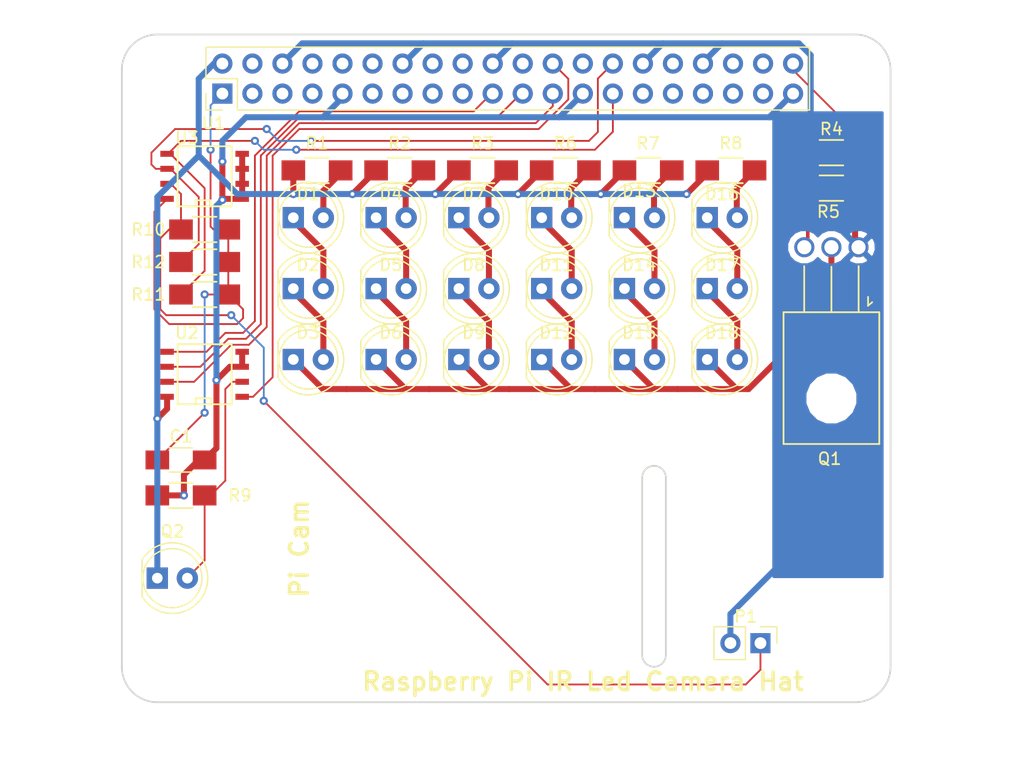
<source format=kicad_pcb>
(kicad_pcb (version 4) (host pcbnew 4.0.5)

  (general
    (links 70)
    (no_connects 0)
    (area 49.924999 125.924999 115.075001 182.575001)
    (thickness 1.6)
    (drawings 21)
    (tracks 284)
    (zones 0)
    (modules 43)
    (nets 56)
  )

  (page A4)
  (layers
    (0 top signal)
    (31 bottom signal)
    (33 F.Adhes user)
    (34 B.Paste user)
    (35 F.Paste user)
    (36 B.SilkS user)
    (37 F.SilkS user)
    (38 B.Mask user)
    (39 F.Mask user)
    (40 Dwgs.User user)
    (41 Cmts.User user)
    (42 Eco1.User user)
    (43 Eco2.User user)
    (44 Edge.Cuts user)
    (45 Margin user)
    (47 F.CrtYd user)
    (49 F.Fab user)
  )

  (setup
    (last_trace_width 0.1524)
    (trace_clearance 0.1524)
    (zone_clearance 0.508)
    (zone_45_only no)
    (trace_min 0.1524)
    (segment_width 0.2)
    (edge_width 0.15)
    (via_size 0.6858)
    (via_drill 0.3302)
    (via_min_size 0.6858)
    (via_min_drill 0.3302)
    (uvia_size 0.762)
    (uvia_drill 0.508)
    (uvias_allowed no)
    (uvia_min_size 0.2)
    (uvia_min_drill 0.1)
    (pcb_text_width 0.3)
    (pcb_text_size 1.5 1.5)
    (mod_edge_width 0.15)
    (mod_text_size 1 1)
    (mod_text_width 0.15)
    (pad_size 1.524 1.524)
    (pad_drill 0.762)
    (pad_to_mask_clearance 0.2)
    (aux_axis_origin 50 126)
    (grid_origin 50 126)
    (visible_elements FFFEFF7F)
    (pcbplotparams
      (layerselection 0x00030_80000001)
      (usegerberextensions false)
      (excludeedgelayer true)
      (linewidth 0.100000)
      (plotframeref false)
      (viasonmask false)
      (mode 1)
      (useauxorigin false)
      (hpglpennumber 1)
      (hpglpenspeed 20)
      (hpglpendiameter 15)
      (hpglpenoverlay 2)
      (psnegative false)
      (psa4output false)
      (plotreference true)
      (plotvalue true)
      (plotinvisibletext false)
      (padsonsilk false)
      (subtractmaskfromsilk false)
      (outputformat 1)
      (mirror false)
      (drillshape 1)
      (scaleselection 1)
      (outputdirectory ""))
  )

  (net 0 "")
  (net 1 GND)
  (net 2 +3V3)
  (net 3 "Net-(D1-Pad1)")
  (net 4 "Net-(D1-Pad2)")
  (net 5 "Net-(D2-Pad1)")
  (net 6 "Net-(D12-Pad1)")
  (net 7 "Net-(D4-Pad1)")
  (net 8 "Net-(D4-Pad2)")
  (net 9 "Net-(D5-Pad1)")
  (net 10 "Net-(D7-Pad1)")
  (net 11 "Net-(D7-Pad2)")
  (net 12 "Net-(D8-Pad1)")
  (net 13 "Net-(D10-Pad1)")
  (net 14 "Net-(D10-Pad2)")
  (net 15 "Net-(D11-Pad1)")
  (net 16 "Net-(D13-Pad1)")
  (net 17 "Net-(D13-Pad2)")
  (net 18 "Net-(D14-Pad1)")
  (net 19 "Net-(D16-Pad1)")
  (net 20 "Net-(D16-Pad2)")
  (net 21 "Net-(D17-Pad1)")
  (net 22 /PP3)
  (net 23 "Net-(Q1-Pad3)")
  (net 24 +5V)
  (net 25 "Net-(Q2-Pad2)")
  (net 26 /SIGLED)
  (net 27 /ID_SD)
  (net 28 /ID_SC)
  (net 29 "Net-(U1-Pad3)")
  (net 30 "Net-(U1-Pad4)")
  (net 31 "Net-(U1-Pad5)")
  (net 32 "Net-(U1-Pad7)")
  (net 33 "Net-(U1-Pad8)")
  (net 34 "Net-(U1-Pad10)")
  (net 35 "Net-(U1-Pad11)")
  (net 36 "Net-(U1-Pad12)")
  (net 37 "Net-(U1-Pad13)")
  (net 38 "Net-(U1-Pad15)")
  (net 39 "Net-(U1-Pad16)")
  (net 40 "Net-(U1-Pad17)")
  (net 41 "Net-(U1-Pad18)")
  (net 42 /SPI_MOSI)
  (net 43 /SPI_MISO)
  (net 44 "Net-(U1-Pad22)")
  (net 45 /SPI_SCLK)
  (net 46 /SPI_CE0)
  (net 47 "Net-(U1-Pad26)")
  (net 48 "Net-(U1-Pad29)")
  (net 49 "Net-(U1-Pad31)")
  (net 50 "Net-(U1-Pad32)")
  (net 51 "Net-(U1-Pad33)")
  (net 52 "Net-(U1-Pad35)")
  (net 53 "Net-(U1-Pad36)")
  (net 54 "Net-(U1-Pad37)")
  (net 55 "Net-(U1-Pad38)")

  (net_class Default "This is the default net class."
    (clearance 0.1524)
    (trace_width 0.1524)
    (via_dia 0.6858)
    (via_drill 0.3302)
    (uvia_dia 0.762)
    (uvia_drill 0.508)
    (add_net +3V3)
    (add_net /ID_SC)
    (add_net /ID_SD)
    (add_net /PP3)
    (add_net /SIGLED)
    (add_net /SPI_CE0)
    (add_net /SPI_MISO)
    (add_net /SPI_MOSI)
    (add_net /SPI_SCLK)
    (add_net "Net-(Q2-Pad2)")
    (add_net "Net-(U1-Pad10)")
    (add_net "Net-(U1-Pad11)")
    (add_net "Net-(U1-Pad12)")
    (add_net "Net-(U1-Pad13)")
    (add_net "Net-(U1-Pad15)")
    (add_net "Net-(U1-Pad16)")
    (add_net "Net-(U1-Pad17)")
    (add_net "Net-(U1-Pad18)")
    (add_net "Net-(U1-Pad22)")
    (add_net "Net-(U1-Pad26)")
    (add_net "Net-(U1-Pad29)")
    (add_net "Net-(U1-Pad3)")
    (add_net "Net-(U1-Pad31)")
    (add_net "Net-(U1-Pad32)")
    (add_net "Net-(U1-Pad33)")
    (add_net "Net-(U1-Pad35)")
    (add_net "Net-(U1-Pad36)")
    (add_net "Net-(U1-Pad37)")
    (add_net "Net-(U1-Pad38)")
    (add_net "Net-(U1-Pad4)")
    (add_net "Net-(U1-Pad5)")
    (add_net "Net-(U1-Pad7)")
    (add_net "Net-(U1-Pad8)")
  )

  (net_class Power ""
    (clearance 0.1524)
    (trace_width 0.508)
    (via_dia 0.6858)
    (via_drill 0.3302)
    (uvia_dia 0.762)
    (uvia_drill 0.508)
    (add_net +5V)
    (add_net GND)
    (add_net "Net-(D1-Pad1)")
    (add_net "Net-(D1-Pad2)")
    (add_net "Net-(D10-Pad1)")
    (add_net "Net-(D10-Pad2)")
    (add_net "Net-(D11-Pad1)")
    (add_net "Net-(D12-Pad1)")
    (add_net "Net-(D13-Pad1)")
    (add_net "Net-(D13-Pad2)")
    (add_net "Net-(D14-Pad1)")
    (add_net "Net-(D16-Pad1)")
    (add_net "Net-(D16-Pad2)")
    (add_net "Net-(D17-Pad1)")
    (add_net "Net-(D2-Pad1)")
    (add_net "Net-(D4-Pad1)")
    (add_net "Net-(D4-Pad2)")
    (add_net "Net-(D5-Pad1)")
    (add_net "Net-(D7-Pad1)")
    (add_net "Net-(D7-Pad2)")
    (add_net "Net-(D8-Pad1)")
    (add_net "Net-(Q1-Pad3)")
  )

  (module SMD_Packages:SOIC-8-N (layer top) (tedit 58993444) (tstamp 58989F90)
    (at 57 138 90)
    (descr "Module Narrow CMS SOJ 8 pins large")
    (tags "CMS SOJ")
    (path /58978670)
    (attr smd)
    (fp_text reference U3 (at 3.25 -1.5 180) (layer F.SilkS)
      (effects (font (size 1 1) (thickness 0.15)))
    )
    (fp_text value CAT24C32 (at 0 1.27 90) (layer F.Fab)
      (effects (font (size 1 1) (thickness 0.15)))
    )
    (fp_line (start -2.54 -2.286) (end 2.54 -2.286) (layer F.SilkS) (width 0.15))
    (fp_line (start 2.54 -2.286) (end 2.54 2.286) (layer F.SilkS) (width 0.15))
    (fp_line (start 2.54 2.286) (end -2.54 2.286) (layer F.SilkS) (width 0.15))
    (fp_line (start -2.54 2.286) (end -2.54 -2.286) (layer F.SilkS) (width 0.15))
    (fp_line (start -2.54 -0.762) (end -2.032 -0.762) (layer F.SilkS) (width 0.15))
    (fp_line (start -2.032 -0.762) (end -2.032 0.508) (layer F.SilkS) (width 0.15))
    (fp_line (start -2.032 0.508) (end -2.54 0.508) (layer F.SilkS) (width 0.15))
    (pad 8 smd rect (at -1.905 -3.175 90) (size 0.508 1.143) (layers top F.Paste F.Mask)
      (net 2 +3V3))
    (pad 7 smd rect (at -0.635 -3.175 90) (size 0.508 1.143) (layers top F.Paste F.Mask)
      (net 22 /PP3))
    (pad 6 smd rect (at 0.635 -3.175 90) (size 0.508 1.143) (layers top F.Paste F.Mask)
      (net 28 /ID_SC))
    (pad 5 smd rect (at 1.905 -3.175 90) (size 0.508 1.143) (layers top F.Paste F.Mask)
      (net 27 /ID_SD))
    (pad 4 smd rect (at 1.905 3.175 90) (size 0.508 1.143) (layers top F.Paste F.Mask)
      (net 1 GND))
    (pad 3 smd rect (at 0.635 3.175 90) (size 0.508 1.143) (layers top F.Paste F.Mask)
      (net 1 GND))
    (pad 2 smd rect (at -0.635 3.175 90) (size 0.508 1.143) (layers top F.Paste F.Mask)
      (net 1 GND))
    (pad 1 smd rect (at -1.905 3.175 90) (size 0.508 1.143) (layers top F.Paste F.Mask)
      (net 1 GND))
    (model SMD_Packages.3dshapes/SOIC-8-N.wrl
      (at (xyz 0 0 0))
      (scale (xyz 0.5 0.38 0.5))
      (rotate (xyz 0 0 0))
    )
  )

  (module Mounting_Holes:MountingHole_2.7mm locked (layer top) (tedit 589884A4) (tstamp 5897BCDC)
    (at 53.5 129.5)
    (descr "Mounting Hole 2.7mm, no annular")
    (tags "mounting hole 2.7mm no annular")
    (fp_text reference REF** (at 0 -3.7) (layer F.SilkS) hide
      (effects (font (size 1 1) (thickness 0.15)))
    )
    (fp_text value MountingHole_2.7mm (at -5.75 -2.5) (layer F.Fab)
      (effects (font (size 1 1) (thickness 0.15)))
    )
    (fp_circle (center 0 0) (end 2.7 0) (layer Cmts.User) (width 0.15))
    (fp_circle (center 0 0) (end 2.95 0) (layer F.CrtYd) (width 0.05))
    (pad 1 np_thru_hole circle (at 0 0) (size 2.7 2.7) (drill 2.7) (layers *.Cu *.Mask))
  )

  (module Mounting_Holes:MountingHole_2.7mm locked (layer top) (tedit 589884AB) (tstamp 5897BFDB)
    (at 111.5 129.5)
    (descr "Mounting Hole 2.7mm, no annular")
    (tags "mounting hole 2.7mm no annular")
    (fp_text reference REF** (at 0 -3.7) (layer F.SilkS) hide
      (effects (font (size 1 1) (thickness 0.15)))
    )
    (fp_text value MountingHole_2.7mm (at 0 -4.5) (layer F.Fab)
      (effects (font (size 1 1) (thickness 0.15)))
    )
    (fp_circle (center 0 0) (end 2.7 0) (layer Cmts.User) (width 0.15))
    (fp_circle (center 0 0) (end 2.95 0) (layer F.CrtYd) (width 0.05))
    (pad 1 np_thru_hole circle (at 0 0) (size 2.7 2.7) (drill 2.7) (layers *.Cu *.Mask))
  )

  (module Mounting_Holes:MountingHole_2.7mm locked (layer top) (tedit 589884C1) (tstamp 5897BFEB)
    (at 111.5 179)
    (descr "Mounting Hole 2.7mm, no annular")
    (tags "mounting hole 2.7mm no annular")
    (fp_text reference REF** (at 0 -3.7) (layer F.SilkS) hide
      (effects (font (size 1 1) (thickness 0.15)))
    )
    (fp_text value MountingHole_2.7mm (at 6.75 2.75) (layer F.Fab)
      (effects (font (size 1 1) (thickness 0.15)))
    )
    (fp_circle (center 0 0) (end 2.7 0) (layer Cmts.User) (width 0.15))
    (fp_circle (center 0 0) (end 2.95 0) (layer F.CrtYd) (width 0.05))
    (pad 1 np_thru_hole circle (at 0 0) (size 2.7 2.7) (drill 2.7) (layers *.Cu *.Mask))
  )

  (module Mounting_Holes:MountingHole_2.7mm locked (layer top) (tedit 58988493) (tstamp 5897BFFE)
    (at 53.5 179)
    (descr "Mounting Hole 2.7mm, no annular")
    (tags "mounting hole 2.7mm no annular")
    (fp_text reference REF** (at 0 -3.7) (layer F.SilkS) hide
      (effects (font (size 1 1) (thickness 0.15)))
    )
    (fp_text value MountingHole_2.7mm (at 0 -2.75) (layer F.Fab)
      (effects (font (size 1 1) (thickness 0.15)))
    )
    (fp_circle (center 0 0) (end 2.7 0) (layer Cmts.User) (width 0.15))
    (fp_circle (center 0 0) (end 2.95 0) (layer F.CrtYd) (width 0.05))
    (pad 1 np_thru_hole circle (at 0 0) (size 2.7 2.7) (drill 2.7) (layers *.Cu *.Mask))
  )

  (module Mounting_Holes:MountingHole_2.2mm_M2 locked (layer top) (tedit 58988498) (tstamp 5897CDD7)
    (at 61 180)
    (descr "Mounting Hole 2.2mm, no annular, M2")
    (tags "mounting hole 2.2mm no annular m2")
    (fp_text reference REF** (at 0 -3.2) (layer F.SilkS) hide
      (effects (font (size 1 1) (thickness 0.15)))
    )
    (fp_text value MountingHole_2.2mm_M2 (at 8.25 3.5) (layer F.Fab)
      (effects (font (size 1 1) (thickness 0.15)))
    )
    (fp_circle (center 0 0) (end 2.2 0) (layer Cmts.User) (width 0.15))
    (fp_circle (center 0 0) (end 2.45 0) (layer F.CrtYd) (width 0.05))
    (pad 1 np_thru_hole circle (at 0 0) (size 2.2 2.2) (drill 2.2) (layers *.Cu *.Mask))
  )

  (module Mounting_Holes:MountingHole_2.2mm_M2 locked (layer top) (tedit 589884DC) (tstamp 5897CDDE)
    (at 61 160)
    (descr "Mounting Hole 2.2mm, no annular, M2")
    (tags "mounting hole 2.2mm no annular m2")
    (fp_text reference REF** (at 0 -3.2) (layer F.SilkS) hide
      (effects (font (size 1 1) (thickness 0.15)))
    )
    (fp_text value MountingHole_2.2mm_M2 (at 7.75 3.25) (layer F.Fab)
      (effects (font (size 1 1) (thickness 0.15)))
    )
    (fp_circle (center 0 0) (end 2.2 0) (layer Cmts.User) (width 0.15))
    (fp_circle (center 0 0) (end 2.45 0) (layer F.CrtYd) (width 0.05))
    (pad 1 np_thru_hole circle (at 0 0) (size 2.2 2.2) (drill 2.2) (layers *.Cu *.Mask))
  )

  (module LEDs:LED_D5.0mm (layer top) (tedit 5898DE6C) (tstamp 58989CF7)
    (at 64.5 141.5)
    (descr "LED, diameter 5.0mm, 2 pins, http://cdn-reichelt.de/documents/datenblatt/A500/LL-504BC2E-009.pdf")
    (tags "LED diameter 5.0mm 2 pins")
    (path /58975D58)
    (fp_text reference D1 (at 1.25 -2) (layer F.SilkS)
      (effects (font (size 1 1) (thickness 0.15)))
    )
    (fp_text value LED (at 1.27 3.96) (layer F.Fab)
      (effects (font (size 1 1) (thickness 0.15)))
    )
    (fp_arc (start 1.27 0) (end -1.23 -1.469694) (angle 299.1) (layer F.Fab) (width 0.1))
    (fp_arc (start 1.27 0) (end -1.29 -1.54483) (angle 148.9) (layer F.SilkS) (width 0.12))
    (fp_arc (start 1.27 0) (end -1.29 1.54483) (angle -148.9) (layer F.SilkS) (width 0.12))
    (fp_circle (center 1.27 0) (end 3.77 0) (layer F.Fab) (width 0.1))
    (fp_circle (center 1.27 0) (end 3.77 0) (layer F.SilkS) (width 0.12))
    (fp_line (start -1.23 -1.469694) (end -1.23 1.469694) (layer F.Fab) (width 0.1))
    (fp_line (start -1.29 -1.545) (end -1.29 1.545) (layer F.SilkS) (width 0.12))
    (fp_line (start -1.95 -3.25) (end -1.95 3.25) (layer F.CrtYd) (width 0.05))
    (fp_line (start -1.95 3.25) (end 4.5 3.25) (layer F.CrtYd) (width 0.05))
    (fp_line (start 4.5 3.25) (end 4.5 -3.25) (layer F.CrtYd) (width 0.05))
    (fp_line (start 4.5 -3.25) (end -1.95 -3.25) (layer F.CrtYd) (width 0.05))
    (pad 1 thru_hole rect (at 0 0) (size 1.8 1.8) (drill 0.9) (layers *.Cu *.Mask)
      (net 3 "Net-(D1-Pad1)"))
    (pad 2 thru_hole circle (at 2.54 0) (size 1.8 1.8) (drill 0.9) (layers *.Cu *.Mask)
      (net 4 "Net-(D1-Pad2)"))
    (model LEDs.3dshapes/LED_D5.0mm.wrl
      (at (xyz 0 0 0))
      (scale (xyz 0.393701 0.393701 0.393701))
      (rotate (xyz 0 0 0))
    )
  )

  (module LEDs:LED_D5.0mm (layer top) (tedit 5898DE72) (tstamp 58989D08)
    (at 64.5 147.5)
    (descr "LED, diameter 5.0mm, 2 pins, http://cdn-reichelt.de/documents/datenblatt/A500/LL-504BC2E-009.pdf")
    (tags "LED diameter 5.0mm 2 pins")
    (path /58975DB4)
    (fp_text reference D2 (at 1.25 -2) (layer F.SilkS)
      (effects (font (size 1 1) (thickness 0.15)))
    )
    (fp_text value LED (at 1.27 3.96) (layer F.Fab)
      (effects (font (size 1 1) (thickness 0.15)))
    )
    (fp_arc (start 1.27 0) (end -1.23 -1.469694) (angle 299.1) (layer F.Fab) (width 0.1))
    (fp_arc (start 1.27 0) (end -1.29 -1.54483) (angle 148.9) (layer F.SilkS) (width 0.12))
    (fp_arc (start 1.27 0) (end -1.29 1.54483) (angle -148.9) (layer F.SilkS) (width 0.12))
    (fp_circle (center 1.27 0) (end 3.77 0) (layer F.Fab) (width 0.1))
    (fp_circle (center 1.27 0) (end 3.77 0) (layer F.SilkS) (width 0.12))
    (fp_line (start -1.23 -1.469694) (end -1.23 1.469694) (layer F.Fab) (width 0.1))
    (fp_line (start -1.29 -1.545) (end -1.29 1.545) (layer F.SilkS) (width 0.12))
    (fp_line (start -1.95 -3.25) (end -1.95 3.25) (layer F.CrtYd) (width 0.05))
    (fp_line (start -1.95 3.25) (end 4.5 3.25) (layer F.CrtYd) (width 0.05))
    (fp_line (start 4.5 3.25) (end 4.5 -3.25) (layer F.CrtYd) (width 0.05))
    (fp_line (start 4.5 -3.25) (end -1.95 -3.25) (layer F.CrtYd) (width 0.05))
    (pad 1 thru_hole rect (at 0 0) (size 1.8 1.8) (drill 0.9) (layers *.Cu *.Mask)
      (net 5 "Net-(D2-Pad1)"))
    (pad 2 thru_hole circle (at 2.54 0) (size 1.8 1.8) (drill 0.9) (layers *.Cu *.Mask)
      (net 3 "Net-(D1-Pad1)"))
    (model LEDs.3dshapes/LED_D5.0mm.wrl
      (at (xyz 0 0 0))
      (scale (xyz 0.393701 0.393701 0.393701))
      (rotate (xyz 0 0 0))
    )
  )

  (module LEDs:LED_D5.0mm (layer top) (tedit 5898DE7A) (tstamp 58989D19)
    (at 64.5 153.5)
    (descr "LED, diameter 5.0mm, 2 pins, http://cdn-reichelt.de/documents/datenblatt/A500/LL-504BC2E-009.pdf")
    (tags "LED diameter 5.0mm 2 pins")
    (path /58975E14)
    (fp_text reference D3 (at 1.25 -2.25) (layer F.SilkS)
      (effects (font (size 1 1) (thickness 0.15)))
    )
    (fp_text value LED (at 1.27 3.96) (layer F.Fab)
      (effects (font (size 1 1) (thickness 0.15)))
    )
    (fp_arc (start 1.27 0) (end -1.23 -1.469694) (angle 299.1) (layer F.Fab) (width 0.1))
    (fp_arc (start 1.27 0) (end -1.29 -1.54483) (angle 148.9) (layer F.SilkS) (width 0.12))
    (fp_arc (start 1.27 0) (end -1.29 1.54483) (angle -148.9) (layer F.SilkS) (width 0.12))
    (fp_circle (center 1.27 0) (end 3.77 0) (layer F.Fab) (width 0.1))
    (fp_circle (center 1.27 0) (end 3.77 0) (layer F.SilkS) (width 0.12))
    (fp_line (start -1.23 -1.469694) (end -1.23 1.469694) (layer F.Fab) (width 0.1))
    (fp_line (start -1.29 -1.545) (end -1.29 1.545) (layer F.SilkS) (width 0.12))
    (fp_line (start -1.95 -3.25) (end -1.95 3.25) (layer F.CrtYd) (width 0.05))
    (fp_line (start -1.95 3.25) (end 4.5 3.25) (layer F.CrtYd) (width 0.05))
    (fp_line (start 4.5 3.25) (end 4.5 -3.25) (layer F.CrtYd) (width 0.05))
    (fp_line (start 4.5 -3.25) (end -1.95 -3.25) (layer F.CrtYd) (width 0.05))
    (pad 1 thru_hole rect (at 0 0) (size 1.8 1.8) (drill 0.9) (layers *.Cu *.Mask)
      (net 6 "Net-(D12-Pad1)"))
    (pad 2 thru_hole circle (at 2.54 0) (size 1.8 1.8) (drill 0.9) (layers *.Cu *.Mask)
      (net 5 "Net-(D2-Pad1)"))
    (model LEDs.3dshapes/LED_D5.0mm.wrl
      (at (xyz 0 0 0))
      (scale (xyz 0.393701 0.393701 0.393701))
      (rotate (xyz 0 0 0))
    )
  )

  (module LEDs:LED_D5.0mm (layer top) (tedit 5898DE80) (tstamp 58989D2A)
    (at 71.5 141.5)
    (descr "LED, diameter 5.0mm, 2 pins, http://cdn-reichelt.de/documents/datenblatt/A500/LL-504BC2E-009.pdf")
    (tags "LED diameter 5.0mm 2 pins")
    (path /589758C1)
    (fp_text reference D4 (at 1.25 -2) (layer F.SilkS)
      (effects (font (size 1 1) (thickness 0.15)))
    )
    (fp_text value LED (at 1.27 3.96) (layer F.Fab)
      (effects (font (size 1 1) (thickness 0.15)))
    )
    (fp_arc (start 1.27 0) (end -1.23 -1.469694) (angle 299.1) (layer F.Fab) (width 0.1))
    (fp_arc (start 1.27 0) (end -1.29 -1.54483) (angle 148.9) (layer F.SilkS) (width 0.12))
    (fp_arc (start 1.27 0) (end -1.29 1.54483) (angle -148.9) (layer F.SilkS) (width 0.12))
    (fp_circle (center 1.27 0) (end 3.77 0) (layer F.Fab) (width 0.1))
    (fp_circle (center 1.27 0) (end 3.77 0) (layer F.SilkS) (width 0.12))
    (fp_line (start -1.23 -1.469694) (end -1.23 1.469694) (layer F.Fab) (width 0.1))
    (fp_line (start -1.29 -1.545) (end -1.29 1.545) (layer F.SilkS) (width 0.12))
    (fp_line (start -1.95 -3.25) (end -1.95 3.25) (layer F.CrtYd) (width 0.05))
    (fp_line (start -1.95 3.25) (end 4.5 3.25) (layer F.CrtYd) (width 0.05))
    (fp_line (start 4.5 3.25) (end 4.5 -3.25) (layer F.CrtYd) (width 0.05))
    (fp_line (start 4.5 -3.25) (end -1.95 -3.25) (layer F.CrtYd) (width 0.05))
    (pad 1 thru_hole rect (at 0 0) (size 1.8 1.8) (drill 0.9) (layers *.Cu *.Mask)
      (net 7 "Net-(D4-Pad1)"))
    (pad 2 thru_hole circle (at 2.54 0) (size 1.8 1.8) (drill 0.9) (layers *.Cu *.Mask)
      (net 8 "Net-(D4-Pad2)"))
    (model LEDs.3dshapes/LED_D5.0mm.wrl
      (at (xyz 0 0 0))
      (scale (xyz 0.393701 0.393701 0.393701))
      (rotate (xyz 0 0 0))
    )
  )

  (module LEDs:LED_D5.0mm (layer top) (tedit 5898DE87) (tstamp 58989D3B)
    (at 71.5 147.5)
    (descr "LED, diameter 5.0mm, 2 pins, http://cdn-reichelt.de/documents/datenblatt/A500/LL-504BC2E-009.pdf")
    (tags "LED diameter 5.0mm 2 pins")
    (path /58975910)
    (fp_text reference D5 (at 1.25 -2) (layer F.SilkS)
      (effects (font (size 1 1) (thickness 0.15)))
    )
    (fp_text value LED (at 1.27 3.96) (layer F.Fab)
      (effects (font (size 1 1) (thickness 0.15)))
    )
    (fp_arc (start 1.27 0) (end -1.23 -1.469694) (angle 299.1) (layer F.Fab) (width 0.1))
    (fp_arc (start 1.27 0) (end -1.29 -1.54483) (angle 148.9) (layer F.SilkS) (width 0.12))
    (fp_arc (start 1.27 0) (end -1.29 1.54483) (angle -148.9) (layer F.SilkS) (width 0.12))
    (fp_circle (center 1.27 0) (end 3.77 0) (layer F.Fab) (width 0.1))
    (fp_circle (center 1.27 0) (end 3.77 0) (layer F.SilkS) (width 0.12))
    (fp_line (start -1.23 -1.469694) (end -1.23 1.469694) (layer F.Fab) (width 0.1))
    (fp_line (start -1.29 -1.545) (end -1.29 1.545) (layer F.SilkS) (width 0.12))
    (fp_line (start -1.95 -3.25) (end -1.95 3.25) (layer F.CrtYd) (width 0.05))
    (fp_line (start -1.95 3.25) (end 4.5 3.25) (layer F.CrtYd) (width 0.05))
    (fp_line (start 4.5 3.25) (end 4.5 -3.25) (layer F.CrtYd) (width 0.05))
    (fp_line (start 4.5 -3.25) (end -1.95 -3.25) (layer F.CrtYd) (width 0.05))
    (pad 1 thru_hole rect (at 0 0) (size 1.8 1.8) (drill 0.9) (layers *.Cu *.Mask)
      (net 9 "Net-(D5-Pad1)"))
    (pad 2 thru_hole circle (at 2.54 0) (size 1.8 1.8) (drill 0.9) (layers *.Cu *.Mask)
      (net 7 "Net-(D4-Pad1)"))
    (model LEDs.3dshapes/LED_D5.0mm.wrl
      (at (xyz 0 0 0))
      (scale (xyz 0.393701 0.393701 0.393701))
      (rotate (xyz 0 0 0))
    )
  )

  (module LEDs:LED_D5.0mm (layer top) (tedit 5898DE8D) (tstamp 58989D4C)
    (at 71.5 153.5)
    (descr "LED, diameter 5.0mm, 2 pins, http://cdn-reichelt.de/documents/datenblatt/A500/LL-504BC2E-009.pdf")
    (tags "LED diameter 5.0mm 2 pins")
    (path /58975964)
    (fp_text reference D6 (at 1.25 -2.25) (layer F.SilkS)
      (effects (font (size 1 1) (thickness 0.15)))
    )
    (fp_text value LED (at 1.27 3.96) (layer F.Fab)
      (effects (font (size 1 1) (thickness 0.15)))
    )
    (fp_arc (start 1.27 0) (end -1.23 -1.469694) (angle 299.1) (layer F.Fab) (width 0.1))
    (fp_arc (start 1.27 0) (end -1.29 -1.54483) (angle 148.9) (layer F.SilkS) (width 0.12))
    (fp_arc (start 1.27 0) (end -1.29 1.54483) (angle -148.9) (layer F.SilkS) (width 0.12))
    (fp_circle (center 1.27 0) (end 3.77 0) (layer F.Fab) (width 0.1))
    (fp_circle (center 1.27 0) (end 3.77 0) (layer F.SilkS) (width 0.12))
    (fp_line (start -1.23 -1.469694) (end -1.23 1.469694) (layer F.Fab) (width 0.1))
    (fp_line (start -1.29 -1.545) (end -1.29 1.545) (layer F.SilkS) (width 0.12))
    (fp_line (start -1.95 -3.25) (end -1.95 3.25) (layer F.CrtYd) (width 0.05))
    (fp_line (start -1.95 3.25) (end 4.5 3.25) (layer F.CrtYd) (width 0.05))
    (fp_line (start 4.5 3.25) (end 4.5 -3.25) (layer F.CrtYd) (width 0.05))
    (fp_line (start 4.5 -3.25) (end -1.95 -3.25) (layer F.CrtYd) (width 0.05))
    (pad 1 thru_hole rect (at 0 0) (size 1.8 1.8) (drill 0.9) (layers *.Cu *.Mask)
      (net 6 "Net-(D12-Pad1)"))
    (pad 2 thru_hole circle (at 2.54 0) (size 1.8 1.8) (drill 0.9) (layers *.Cu *.Mask)
      (net 9 "Net-(D5-Pad1)"))
    (model LEDs.3dshapes/LED_D5.0mm.wrl
      (at (xyz 0 0 0))
      (scale (xyz 0.393701 0.393701 0.393701))
      (rotate (xyz 0 0 0))
    )
  )

  (module LEDs:LED_D5.0mm (layer top) (tedit 5898DE97) (tstamp 58989D5D)
    (at 78.5 141.5)
    (descr "LED, diameter 5.0mm, 2 pins, http://cdn-reichelt.de/documents/datenblatt/A500/LL-504BC2E-009.pdf")
    (tags "LED diameter 5.0mm 2 pins")
    (path /5897579F)
    (fp_text reference D7 (at 1.25 -2) (layer F.SilkS)
      (effects (font (size 1 1) (thickness 0.15)))
    )
    (fp_text value LED (at 1.27 3.96) (layer F.Fab)
      (effects (font (size 1 1) (thickness 0.15)))
    )
    (fp_arc (start 1.27 0) (end -1.23 -1.469694) (angle 299.1) (layer F.Fab) (width 0.1))
    (fp_arc (start 1.27 0) (end -1.29 -1.54483) (angle 148.9) (layer F.SilkS) (width 0.12))
    (fp_arc (start 1.27 0) (end -1.29 1.54483) (angle -148.9) (layer F.SilkS) (width 0.12))
    (fp_circle (center 1.27 0) (end 3.77 0) (layer F.Fab) (width 0.1))
    (fp_circle (center 1.27 0) (end 3.77 0) (layer F.SilkS) (width 0.12))
    (fp_line (start -1.23 -1.469694) (end -1.23 1.469694) (layer F.Fab) (width 0.1))
    (fp_line (start -1.29 -1.545) (end -1.29 1.545) (layer F.SilkS) (width 0.12))
    (fp_line (start -1.95 -3.25) (end -1.95 3.25) (layer F.CrtYd) (width 0.05))
    (fp_line (start -1.95 3.25) (end 4.5 3.25) (layer F.CrtYd) (width 0.05))
    (fp_line (start 4.5 3.25) (end 4.5 -3.25) (layer F.CrtYd) (width 0.05))
    (fp_line (start 4.5 -3.25) (end -1.95 -3.25) (layer F.CrtYd) (width 0.05))
    (pad 1 thru_hole rect (at 0 0) (size 1.8 1.8) (drill 0.9) (layers *.Cu *.Mask)
      (net 10 "Net-(D7-Pad1)"))
    (pad 2 thru_hole circle (at 2.54 0) (size 1.8 1.8) (drill 0.9) (layers *.Cu *.Mask)
      (net 11 "Net-(D7-Pad2)"))
    (model LEDs.3dshapes/LED_D5.0mm.wrl
      (at (xyz 0 0 0))
      (scale (xyz 0.393701 0.393701 0.393701))
      (rotate (xyz 0 0 0))
    )
  )

  (module LEDs:LED_D5.0mm (layer top) (tedit 5898DE9C) (tstamp 58989D6E)
    (at 78.5 147.5)
    (descr "LED, diameter 5.0mm, 2 pins, http://cdn-reichelt.de/documents/datenblatt/A500/LL-504BC2E-009.pdf")
    (tags "LED diameter 5.0mm 2 pins")
    (path /589757E4)
    (fp_text reference D8 (at 1.25 -2) (layer F.SilkS)
      (effects (font (size 1 1) (thickness 0.15)))
    )
    (fp_text value LED (at 1.27 3.96) (layer F.Fab)
      (effects (font (size 1 1) (thickness 0.15)))
    )
    (fp_arc (start 1.27 0) (end -1.23 -1.469694) (angle 299.1) (layer F.Fab) (width 0.1))
    (fp_arc (start 1.27 0) (end -1.29 -1.54483) (angle 148.9) (layer F.SilkS) (width 0.12))
    (fp_arc (start 1.27 0) (end -1.29 1.54483) (angle -148.9) (layer F.SilkS) (width 0.12))
    (fp_circle (center 1.27 0) (end 3.77 0) (layer F.Fab) (width 0.1))
    (fp_circle (center 1.27 0) (end 3.77 0) (layer F.SilkS) (width 0.12))
    (fp_line (start -1.23 -1.469694) (end -1.23 1.469694) (layer F.Fab) (width 0.1))
    (fp_line (start -1.29 -1.545) (end -1.29 1.545) (layer F.SilkS) (width 0.12))
    (fp_line (start -1.95 -3.25) (end -1.95 3.25) (layer F.CrtYd) (width 0.05))
    (fp_line (start -1.95 3.25) (end 4.5 3.25) (layer F.CrtYd) (width 0.05))
    (fp_line (start 4.5 3.25) (end 4.5 -3.25) (layer F.CrtYd) (width 0.05))
    (fp_line (start 4.5 -3.25) (end -1.95 -3.25) (layer F.CrtYd) (width 0.05))
    (pad 1 thru_hole rect (at 0 0) (size 1.8 1.8) (drill 0.9) (layers *.Cu *.Mask)
      (net 12 "Net-(D8-Pad1)"))
    (pad 2 thru_hole circle (at 2.54 0) (size 1.8 1.8) (drill 0.9) (layers *.Cu *.Mask)
      (net 10 "Net-(D7-Pad1)"))
    (model LEDs.3dshapes/LED_D5.0mm.wrl
      (at (xyz 0 0 0))
      (scale (xyz 0.393701 0.393701 0.393701))
      (rotate (xyz 0 0 0))
    )
  )

  (module LEDs:LED_D5.0mm (layer top) (tedit 5898DEA1) (tstamp 58989D7F)
    (at 78.5 153.5)
    (descr "LED, diameter 5.0mm, 2 pins, http://cdn-reichelt.de/documents/datenblatt/A500/LL-504BC2E-009.pdf")
    (tags "LED diameter 5.0mm 2 pins")
    (path /5897582A)
    (fp_text reference D9 (at 1.25 -2.25) (layer F.SilkS)
      (effects (font (size 1 1) (thickness 0.15)))
    )
    (fp_text value LED (at 1.27 3.96) (layer F.Fab)
      (effects (font (size 1 1) (thickness 0.15)))
    )
    (fp_arc (start 1.27 0) (end -1.23 -1.469694) (angle 299.1) (layer F.Fab) (width 0.1))
    (fp_arc (start 1.27 0) (end -1.29 -1.54483) (angle 148.9) (layer F.SilkS) (width 0.12))
    (fp_arc (start 1.27 0) (end -1.29 1.54483) (angle -148.9) (layer F.SilkS) (width 0.12))
    (fp_circle (center 1.27 0) (end 3.77 0) (layer F.Fab) (width 0.1))
    (fp_circle (center 1.27 0) (end 3.77 0) (layer F.SilkS) (width 0.12))
    (fp_line (start -1.23 -1.469694) (end -1.23 1.469694) (layer F.Fab) (width 0.1))
    (fp_line (start -1.29 -1.545) (end -1.29 1.545) (layer F.SilkS) (width 0.12))
    (fp_line (start -1.95 -3.25) (end -1.95 3.25) (layer F.CrtYd) (width 0.05))
    (fp_line (start -1.95 3.25) (end 4.5 3.25) (layer F.CrtYd) (width 0.05))
    (fp_line (start 4.5 3.25) (end 4.5 -3.25) (layer F.CrtYd) (width 0.05))
    (fp_line (start 4.5 -3.25) (end -1.95 -3.25) (layer F.CrtYd) (width 0.05))
    (pad 1 thru_hole rect (at 0 0) (size 1.8 1.8) (drill 0.9) (layers *.Cu *.Mask)
      (net 6 "Net-(D12-Pad1)"))
    (pad 2 thru_hole circle (at 2.54 0) (size 1.8 1.8) (drill 0.9) (layers *.Cu *.Mask)
      (net 12 "Net-(D8-Pad1)"))
    (model LEDs.3dshapes/LED_D5.0mm.wrl
      (at (xyz 0 0 0))
      (scale (xyz 0.393701 0.393701 0.393701))
      (rotate (xyz 0 0 0))
    )
  )

  (module LEDs:LED_D5.0mm (layer top) (tedit 5898DEB4) (tstamp 58989D90)
    (at 85.5 141.5)
    (descr "LED, diameter 5.0mm, 2 pins, http://cdn-reichelt.de/documents/datenblatt/A500/LL-504BC2E-009.pdf")
    (tags "LED diameter 5.0mm 2 pins")
    (path /58975698)
    (fp_text reference D10 (at 1.25 -2) (layer F.SilkS)
      (effects (font (size 1 1) (thickness 0.15)))
    )
    (fp_text value LED (at 1.27 3.96) (layer F.Fab)
      (effects (font (size 1 1) (thickness 0.15)))
    )
    (fp_arc (start 1.27 0) (end -1.23 -1.469694) (angle 299.1) (layer F.Fab) (width 0.1))
    (fp_arc (start 1.27 0) (end -1.29 -1.54483) (angle 148.9) (layer F.SilkS) (width 0.12))
    (fp_arc (start 1.27 0) (end -1.29 1.54483) (angle -148.9) (layer F.SilkS) (width 0.12))
    (fp_circle (center 1.27 0) (end 3.77 0) (layer F.Fab) (width 0.1))
    (fp_circle (center 1.27 0) (end 3.77 0) (layer F.SilkS) (width 0.12))
    (fp_line (start -1.23 -1.469694) (end -1.23 1.469694) (layer F.Fab) (width 0.1))
    (fp_line (start -1.29 -1.545) (end -1.29 1.545) (layer F.SilkS) (width 0.12))
    (fp_line (start -1.95 -3.25) (end -1.95 3.25) (layer F.CrtYd) (width 0.05))
    (fp_line (start -1.95 3.25) (end 4.5 3.25) (layer F.CrtYd) (width 0.05))
    (fp_line (start 4.5 3.25) (end 4.5 -3.25) (layer F.CrtYd) (width 0.05))
    (fp_line (start 4.5 -3.25) (end -1.95 -3.25) (layer F.CrtYd) (width 0.05))
    (pad 1 thru_hole rect (at 0 0) (size 1.8 1.8) (drill 0.9) (layers *.Cu *.Mask)
      (net 13 "Net-(D10-Pad1)"))
    (pad 2 thru_hole circle (at 2.54 0) (size 1.8 1.8) (drill 0.9) (layers *.Cu *.Mask)
      (net 14 "Net-(D10-Pad2)"))
    (model LEDs.3dshapes/LED_D5.0mm.wrl
      (at (xyz 0 0 0))
      (scale (xyz 0.393701 0.393701 0.393701))
      (rotate (xyz 0 0 0))
    )
  )

  (module LEDs:LED_D5.0mm (layer top) (tedit 5898DEBB) (tstamp 58989DA1)
    (at 85.5 147.5)
    (descr "LED, diameter 5.0mm, 2 pins, http://cdn-reichelt.de/documents/datenblatt/A500/LL-504BC2E-009.pdf")
    (tags "LED diameter 5.0mm 2 pins")
    (path /589756CF)
    (fp_text reference D11 (at 1.25 -2) (layer F.SilkS)
      (effects (font (size 1 1) (thickness 0.15)))
    )
    (fp_text value LED (at 1.27 3.96) (layer F.Fab)
      (effects (font (size 1 1) (thickness 0.15)))
    )
    (fp_arc (start 1.27 0) (end -1.23 -1.469694) (angle 299.1) (layer F.Fab) (width 0.1))
    (fp_arc (start 1.27 0) (end -1.29 -1.54483) (angle 148.9) (layer F.SilkS) (width 0.12))
    (fp_arc (start 1.27 0) (end -1.29 1.54483) (angle -148.9) (layer F.SilkS) (width 0.12))
    (fp_circle (center 1.27 0) (end 3.77 0) (layer F.Fab) (width 0.1))
    (fp_circle (center 1.27 0) (end 3.77 0) (layer F.SilkS) (width 0.12))
    (fp_line (start -1.23 -1.469694) (end -1.23 1.469694) (layer F.Fab) (width 0.1))
    (fp_line (start -1.29 -1.545) (end -1.29 1.545) (layer F.SilkS) (width 0.12))
    (fp_line (start -1.95 -3.25) (end -1.95 3.25) (layer F.CrtYd) (width 0.05))
    (fp_line (start -1.95 3.25) (end 4.5 3.25) (layer F.CrtYd) (width 0.05))
    (fp_line (start 4.5 3.25) (end 4.5 -3.25) (layer F.CrtYd) (width 0.05))
    (fp_line (start 4.5 -3.25) (end -1.95 -3.25) (layer F.CrtYd) (width 0.05))
    (pad 1 thru_hole rect (at 0 0) (size 1.8 1.8) (drill 0.9) (layers *.Cu *.Mask)
      (net 15 "Net-(D11-Pad1)"))
    (pad 2 thru_hole circle (at 2.54 0) (size 1.8 1.8) (drill 0.9) (layers *.Cu *.Mask)
      (net 13 "Net-(D10-Pad1)"))
    (model LEDs.3dshapes/LED_D5.0mm.wrl
      (at (xyz 0 0 0))
      (scale (xyz 0.393701 0.393701 0.393701))
      (rotate (xyz 0 0 0))
    )
  )

  (module LEDs:LED_D5.0mm (layer top) (tedit 5898DEC1) (tstamp 58989DB2)
    (at 85.5 153.5)
    (descr "LED, diameter 5.0mm, 2 pins, http://cdn-reichelt.de/documents/datenblatt/A500/LL-504BC2E-009.pdf")
    (tags "LED diameter 5.0mm 2 pins")
    (path /5897570C)
    (fp_text reference D12 (at 1.25 -2.25) (layer F.SilkS)
      (effects (font (size 1 1) (thickness 0.15)))
    )
    (fp_text value LED (at 1.27 3.96) (layer F.Fab)
      (effects (font (size 1 1) (thickness 0.15)))
    )
    (fp_arc (start 1.27 0) (end -1.23 -1.469694) (angle 299.1) (layer F.Fab) (width 0.1))
    (fp_arc (start 1.27 0) (end -1.29 -1.54483) (angle 148.9) (layer F.SilkS) (width 0.12))
    (fp_arc (start 1.27 0) (end -1.29 1.54483) (angle -148.9) (layer F.SilkS) (width 0.12))
    (fp_circle (center 1.27 0) (end 3.77 0) (layer F.Fab) (width 0.1))
    (fp_circle (center 1.27 0) (end 3.77 0) (layer F.SilkS) (width 0.12))
    (fp_line (start -1.23 -1.469694) (end -1.23 1.469694) (layer F.Fab) (width 0.1))
    (fp_line (start -1.29 -1.545) (end -1.29 1.545) (layer F.SilkS) (width 0.12))
    (fp_line (start -1.95 -3.25) (end -1.95 3.25) (layer F.CrtYd) (width 0.05))
    (fp_line (start -1.95 3.25) (end 4.5 3.25) (layer F.CrtYd) (width 0.05))
    (fp_line (start 4.5 3.25) (end 4.5 -3.25) (layer F.CrtYd) (width 0.05))
    (fp_line (start 4.5 -3.25) (end -1.95 -3.25) (layer F.CrtYd) (width 0.05))
    (pad 1 thru_hole rect (at 0 0) (size 1.8 1.8) (drill 0.9) (layers *.Cu *.Mask)
      (net 6 "Net-(D12-Pad1)"))
    (pad 2 thru_hole circle (at 2.54 0) (size 1.8 1.8) (drill 0.9) (layers *.Cu *.Mask)
      (net 15 "Net-(D11-Pad1)"))
    (model LEDs.3dshapes/LED_D5.0mm.wrl
      (at (xyz 0 0 0))
      (scale (xyz 0.393701 0.393701 0.393701))
      (rotate (xyz 0 0 0))
    )
  )

  (module LEDs:LED_D5.0mm (layer top) (tedit 5898DEC7) (tstamp 58989DC3)
    (at 92.5 141.5)
    (descr "LED, diameter 5.0mm, 2 pins, http://cdn-reichelt.de/documents/datenblatt/A500/LL-504BC2E-009.pdf")
    (tags "LED diameter 5.0mm 2 pins")
    (path /589755D2)
    (fp_text reference D13 (at 1.25 -2.25) (layer F.SilkS)
      (effects (font (size 1 1) (thickness 0.15)))
    )
    (fp_text value LED (at 1.27 3.96) (layer F.Fab)
      (effects (font (size 1 1) (thickness 0.15)))
    )
    (fp_arc (start 1.27 0) (end -1.23 -1.469694) (angle 299.1) (layer F.Fab) (width 0.1))
    (fp_arc (start 1.27 0) (end -1.29 -1.54483) (angle 148.9) (layer F.SilkS) (width 0.12))
    (fp_arc (start 1.27 0) (end -1.29 1.54483) (angle -148.9) (layer F.SilkS) (width 0.12))
    (fp_circle (center 1.27 0) (end 3.77 0) (layer F.Fab) (width 0.1))
    (fp_circle (center 1.27 0) (end 3.77 0) (layer F.SilkS) (width 0.12))
    (fp_line (start -1.23 -1.469694) (end -1.23 1.469694) (layer F.Fab) (width 0.1))
    (fp_line (start -1.29 -1.545) (end -1.29 1.545) (layer F.SilkS) (width 0.12))
    (fp_line (start -1.95 -3.25) (end -1.95 3.25) (layer F.CrtYd) (width 0.05))
    (fp_line (start -1.95 3.25) (end 4.5 3.25) (layer F.CrtYd) (width 0.05))
    (fp_line (start 4.5 3.25) (end 4.5 -3.25) (layer F.CrtYd) (width 0.05))
    (fp_line (start 4.5 -3.25) (end -1.95 -3.25) (layer F.CrtYd) (width 0.05))
    (pad 1 thru_hole rect (at 0 0) (size 1.8 1.8) (drill 0.9) (layers *.Cu *.Mask)
      (net 16 "Net-(D13-Pad1)"))
    (pad 2 thru_hole circle (at 2.54 0) (size 1.8 1.8) (drill 0.9) (layers *.Cu *.Mask)
      (net 17 "Net-(D13-Pad2)"))
    (model LEDs.3dshapes/LED_D5.0mm.wrl
      (at (xyz 0 0 0))
      (scale (xyz 0.393701 0.393701 0.393701))
      (rotate (xyz 0 0 0))
    )
  )

  (module LEDs:LED_D5.0mm (layer top) (tedit 5898DECC) (tstamp 58989DD4)
    (at 92.5 147.5)
    (descr "LED, diameter 5.0mm, 2 pins, http://cdn-reichelt.de/documents/datenblatt/A500/LL-504BC2E-009.pdf")
    (tags "LED diameter 5.0mm 2 pins")
    (path /589755FD)
    (fp_text reference D14 (at 1.25 -2) (layer F.SilkS)
      (effects (font (size 1 1) (thickness 0.15)))
    )
    (fp_text value LED (at 1.27 3.96) (layer F.Fab)
      (effects (font (size 1 1) (thickness 0.15)))
    )
    (fp_arc (start 1.27 0) (end -1.23 -1.469694) (angle 299.1) (layer F.Fab) (width 0.1))
    (fp_arc (start 1.27 0) (end -1.29 -1.54483) (angle 148.9) (layer F.SilkS) (width 0.12))
    (fp_arc (start 1.27 0) (end -1.29 1.54483) (angle -148.9) (layer F.SilkS) (width 0.12))
    (fp_circle (center 1.27 0) (end 3.77 0) (layer F.Fab) (width 0.1))
    (fp_circle (center 1.27 0) (end 3.77 0) (layer F.SilkS) (width 0.12))
    (fp_line (start -1.23 -1.469694) (end -1.23 1.469694) (layer F.Fab) (width 0.1))
    (fp_line (start -1.29 -1.545) (end -1.29 1.545) (layer F.SilkS) (width 0.12))
    (fp_line (start -1.95 -3.25) (end -1.95 3.25) (layer F.CrtYd) (width 0.05))
    (fp_line (start -1.95 3.25) (end 4.5 3.25) (layer F.CrtYd) (width 0.05))
    (fp_line (start 4.5 3.25) (end 4.5 -3.25) (layer F.CrtYd) (width 0.05))
    (fp_line (start 4.5 -3.25) (end -1.95 -3.25) (layer F.CrtYd) (width 0.05))
    (pad 1 thru_hole rect (at 0 0) (size 1.8 1.8) (drill 0.9) (layers *.Cu *.Mask)
      (net 18 "Net-(D14-Pad1)"))
    (pad 2 thru_hole circle (at 2.54 0) (size 1.8 1.8) (drill 0.9) (layers *.Cu *.Mask)
      (net 16 "Net-(D13-Pad1)"))
    (model LEDs.3dshapes/LED_D5.0mm.wrl
      (at (xyz 0 0 0))
      (scale (xyz 0.393701 0.393701 0.393701))
      (rotate (xyz 0 0 0))
    )
  )

  (module LEDs:LED_D5.0mm (layer top) (tedit 5898DED4) (tstamp 58989DE5)
    (at 92.5 153.5)
    (descr "LED, diameter 5.0mm, 2 pins, http://cdn-reichelt.de/documents/datenblatt/A500/LL-504BC2E-009.pdf")
    (tags "LED diameter 5.0mm 2 pins")
    (path /5897562F)
    (fp_text reference D15 (at 1.25 -2.25) (layer F.SilkS)
      (effects (font (size 1 1) (thickness 0.15)))
    )
    (fp_text value LED (at 1.27 3.96) (layer F.Fab)
      (effects (font (size 1 1) (thickness 0.15)))
    )
    (fp_arc (start 1.27 0) (end -1.23 -1.469694) (angle 299.1) (layer F.Fab) (width 0.1))
    (fp_arc (start 1.27 0) (end -1.29 -1.54483) (angle 148.9) (layer F.SilkS) (width 0.12))
    (fp_arc (start 1.27 0) (end -1.29 1.54483) (angle -148.9) (layer F.SilkS) (width 0.12))
    (fp_circle (center 1.27 0) (end 3.77 0) (layer F.Fab) (width 0.1))
    (fp_circle (center 1.27 0) (end 3.77 0) (layer F.SilkS) (width 0.12))
    (fp_line (start -1.23 -1.469694) (end -1.23 1.469694) (layer F.Fab) (width 0.1))
    (fp_line (start -1.29 -1.545) (end -1.29 1.545) (layer F.SilkS) (width 0.12))
    (fp_line (start -1.95 -3.25) (end -1.95 3.25) (layer F.CrtYd) (width 0.05))
    (fp_line (start -1.95 3.25) (end 4.5 3.25) (layer F.CrtYd) (width 0.05))
    (fp_line (start 4.5 3.25) (end 4.5 -3.25) (layer F.CrtYd) (width 0.05))
    (fp_line (start 4.5 -3.25) (end -1.95 -3.25) (layer F.CrtYd) (width 0.05))
    (pad 1 thru_hole rect (at 0 0) (size 1.8 1.8) (drill 0.9) (layers *.Cu *.Mask)
      (net 6 "Net-(D12-Pad1)"))
    (pad 2 thru_hole circle (at 2.54 0) (size 1.8 1.8) (drill 0.9) (layers *.Cu *.Mask)
      (net 18 "Net-(D14-Pad1)"))
    (model LEDs.3dshapes/LED_D5.0mm.wrl
      (at (xyz 0 0 0))
      (scale (xyz 0.393701 0.393701 0.393701))
      (rotate (xyz 0 0 0))
    )
  )

  (module LEDs:LED_D5.0mm (layer top) (tedit 5898DEDA) (tstamp 58989DF6)
    (at 99.5 141.5)
    (descr "LED, diameter 5.0mm, 2 pins, http://cdn-reichelt.de/documents/datenblatt/A500/LL-504BC2E-009.pdf")
    (tags "LED diameter 5.0mm 2 pins")
    (path /589744AE)
    (fp_text reference D16 (at 1.25 -2) (layer F.SilkS)
      (effects (font (size 1 1) (thickness 0.15)))
    )
    (fp_text value LED (at 1.27 3.96) (layer F.Fab)
      (effects (font (size 1 1) (thickness 0.15)))
    )
    (fp_arc (start 1.27 0) (end -1.23 -1.469694) (angle 299.1) (layer F.Fab) (width 0.1))
    (fp_arc (start 1.27 0) (end -1.29 -1.54483) (angle 148.9) (layer F.SilkS) (width 0.12))
    (fp_arc (start 1.27 0) (end -1.29 1.54483) (angle -148.9) (layer F.SilkS) (width 0.12))
    (fp_circle (center 1.27 0) (end 3.77 0) (layer F.Fab) (width 0.1))
    (fp_circle (center 1.27 0) (end 3.77 0) (layer F.SilkS) (width 0.12))
    (fp_line (start -1.23 -1.469694) (end -1.23 1.469694) (layer F.Fab) (width 0.1))
    (fp_line (start -1.29 -1.545) (end -1.29 1.545) (layer F.SilkS) (width 0.12))
    (fp_line (start -1.95 -3.25) (end -1.95 3.25) (layer F.CrtYd) (width 0.05))
    (fp_line (start -1.95 3.25) (end 4.5 3.25) (layer F.CrtYd) (width 0.05))
    (fp_line (start 4.5 3.25) (end 4.5 -3.25) (layer F.CrtYd) (width 0.05))
    (fp_line (start 4.5 -3.25) (end -1.95 -3.25) (layer F.CrtYd) (width 0.05))
    (pad 1 thru_hole rect (at 0 0) (size 1.8 1.8) (drill 0.9) (layers *.Cu *.Mask)
      (net 19 "Net-(D16-Pad1)"))
    (pad 2 thru_hole circle (at 2.54 0) (size 1.8 1.8) (drill 0.9) (layers *.Cu *.Mask)
      (net 20 "Net-(D16-Pad2)"))
    (model LEDs.3dshapes/LED_D5.0mm.wrl
      (at (xyz 0 0 0))
      (scale (xyz 0.393701 0.393701 0.393701))
      (rotate (xyz 0 0 0))
    )
  )

  (module LEDs:LED_D5.0mm (layer top) (tedit 5898DEDF) (tstamp 58989E07)
    (at 99.5 147.5)
    (descr "LED, diameter 5.0mm, 2 pins, http://cdn-reichelt.de/documents/datenblatt/A500/LL-504BC2E-009.pdf")
    (tags "LED diameter 5.0mm 2 pins")
    (path /589744FA)
    (fp_text reference D17 (at 1.25 -2) (layer F.SilkS)
      (effects (font (size 1 1) (thickness 0.15)))
    )
    (fp_text value LED (at 1.27 3.96) (layer F.Fab)
      (effects (font (size 1 1) (thickness 0.15)))
    )
    (fp_arc (start 1.27 0) (end -1.23 -1.469694) (angle 299.1) (layer F.Fab) (width 0.1))
    (fp_arc (start 1.27 0) (end -1.29 -1.54483) (angle 148.9) (layer F.SilkS) (width 0.12))
    (fp_arc (start 1.27 0) (end -1.29 1.54483) (angle -148.9) (layer F.SilkS) (width 0.12))
    (fp_circle (center 1.27 0) (end 3.77 0) (layer F.Fab) (width 0.1))
    (fp_circle (center 1.27 0) (end 3.77 0) (layer F.SilkS) (width 0.12))
    (fp_line (start -1.23 -1.469694) (end -1.23 1.469694) (layer F.Fab) (width 0.1))
    (fp_line (start -1.29 -1.545) (end -1.29 1.545) (layer F.SilkS) (width 0.12))
    (fp_line (start -1.95 -3.25) (end -1.95 3.25) (layer F.CrtYd) (width 0.05))
    (fp_line (start -1.95 3.25) (end 4.5 3.25) (layer F.CrtYd) (width 0.05))
    (fp_line (start 4.5 3.25) (end 4.5 -3.25) (layer F.CrtYd) (width 0.05))
    (fp_line (start 4.5 -3.25) (end -1.95 -3.25) (layer F.CrtYd) (width 0.05))
    (pad 1 thru_hole rect (at 0 0) (size 1.8 1.8) (drill 0.9) (layers *.Cu *.Mask)
      (net 21 "Net-(D17-Pad1)"))
    (pad 2 thru_hole circle (at 2.54 0) (size 1.8 1.8) (drill 0.9) (layers *.Cu *.Mask)
      (net 19 "Net-(D16-Pad1)"))
    (model LEDs.3dshapes/LED_D5.0mm.wrl
      (at (xyz 0 0 0))
      (scale (xyz 0.393701 0.393701 0.393701))
      (rotate (xyz 0 0 0))
    )
  )

  (module LEDs:LED_D5.0mm (layer top) (tedit 5898DEF2) (tstamp 58989E18)
    (at 99.5 153.5)
    (descr "LED, diameter 5.0mm, 2 pins, http://cdn-reichelt.de/documents/datenblatt/A500/LL-504BC2E-009.pdf")
    (tags "LED diameter 5.0mm 2 pins")
    (path /58974535)
    (fp_text reference D18 (at 1.25 -2.25) (layer F.SilkS)
      (effects (font (size 1 1) (thickness 0.15)))
    )
    (fp_text value LED (at 1.27 3.96) (layer F.Fab)
      (effects (font (size 1 1) (thickness 0.15)))
    )
    (fp_arc (start 1.27 0) (end -1.23 -1.469694) (angle 299.1) (layer F.Fab) (width 0.1))
    (fp_arc (start 1.27 0) (end -1.29 -1.54483) (angle 148.9) (layer F.SilkS) (width 0.12))
    (fp_arc (start 1.27 0) (end -1.29 1.54483) (angle -148.9) (layer F.SilkS) (width 0.12))
    (fp_circle (center 1.27 0) (end 3.77 0) (layer F.Fab) (width 0.1))
    (fp_circle (center 1.27 0) (end 3.77 0) (layer F.SilkS) (width 0.12))
    (fp_line (start -1.23 -1.469694) (end -1.23 1.469694) (layer F.Fab) (width 0.1))
    (fp_line (start -1.29 -1.545) (end -1.29 1.545) (layer F.SilkS) (width 0.12))
    (fp_line (start -1.95 -3.25) (end -1.95 3.25) (layer F.CrtYd) (width 0.05))
    (fp_line (start -1.95 3.25) (end 4.5 3.25) (layer F.CrtYd) (width 0.05))
    (fp_line (start 4.5 3.25) (end 4.5 -3.25) (layer F.CrtYd) (width 0.05))
    (fp_line (start 4.5 -3.25) (end -1.95 -3.25) (layer F.CrtYd) (width 0.05))
    (pad 1 thru_hole rect (at 0 0) (size 1.8 1.8) (drill 0.9) (layers *.Cu *.Mask)
      (net 6 "Net-(D12-Pad1)"))
    (pad 2 thru_hole circle (at 2.54 0) (size 1.8 1.8) (drill 0.9) (layers *.Cu *.Mask)
      (net 21 "Net-(D17-Pad1)"))
    (model LEDs.3dshapes/LED_D5.0mm.wrl
      (at (xyz 0 0 0))
      (scale (xyz 0.393701 0.393701 0.393701))
      (rotate (xyz 0 0 0))
    )
  )

  (module Pin_Headers:Pin_Header_Straight_1x02_Pitch2.54mm (layer top) (tedit 58993480) (tstamp 58989E2C)
    (at 104 177.5 270)
    (descr "Through hole straight pin header, 1x02, 2.54mm pitch, single row")
    (tags "Through hole pin header THT 1x02 2.54mm single row")
    (path /589794FE)
    (fp_text reference P1 (at -2.25 1.25 360) (layer F.SilkS)
      (effects (font (size 1 1) (thickness 0.15)))
    )
    (fp_text value CONN_01X02 (at 0 4.93 270) (layer F.Fab)
      (effects (font (size 1 1) (thickness 0.15)))
    )
    (fp_line (start -1.27 -1.27) (end -1.27 3.81) (layer F.Fab) (width 0.1))
    (fp_line (start -1.27 3.81) (end 1.27 3.81) (layer F.Fab) (width 0.1))
    (fp_line (start 1.27 3.81) (end 1.27 -1.27) (layer F.Fab) (width 0.1))
    (fp_line (start 1.27 -1.27) (end -1.27 -1.27) (layer F.Fab) (width 0.1))
    (fp_line (start -1.39 1.27) (end -1.39 3.93) (layer F.SilkS) (width 0.12))
    (fp_line (start -1.39 3.93) (end 1.39 3.93) (layer F.SilkS) (width 0.12))
    (fp_line (start 1.39 3.93) (end 1.39 1.27) (layer F.SilkS) (width 0.12))
    (fp_line (start 1.39 1.27) (end -1.39 1.27) (layer F.SilkS) (width 0.12))
    (fp_line (start -1.39 0) (end -1.39 -1.39) (layer F.SilkS) (width 0.12))
    (fp_line (start -1.39 -1.39) (end 0 -1.39) (layer F.SilkS) (width 0.12))
    (fp_line (start -1.6 -1.6) (end -1.6 4.1) (layer F.CrtYd) (width 0.05))
    (fp_line (start -1.6 4.1) (end 1.6 4.1) (layer F.CrtYd) (width 0.05))
    (fp_line (start 1.6 4.1) (end 1.6 -1.6) (layer F.CrtYd) (width 0.05))
    (fp_line (start 1.6 -1.6) (end -1.6 -1.6) (layer F.CrtYd) (width 0.05))
    (pad 1 thru_hole rect (at 0 0 270) (size 1.7 1.7) (drill 1) (layers *.Cu *.Mask)
      (net 22 /PP3))
    (pad 2 thru_hole oval (at 0 2.54 270) (size 1.7 1.7) (drill 1) (layers *.Cu *.Mask)
      (net 1 GND))
    (model Pin_Headers.3dshapes/Pin_Header_Straight_1x02_Pitch2.54mm.wrl
      (at (xyz 0 -0.05 0))
      (scale (xyz 1 1 1))
      (rotate (xyz 0 0 90))
    )
  )

  (module TO_SOT_Packages_THT:SOT126_SOT32_Housing_Horizontal (layer top) (tedit 0) (tstamp 58989E3D)
    (at 110 144 180)
    (descr "SOT126, SOT32, Housing, Horizontal,")
    (tags "SOT126, SOT32, Housing, Horizontal,")
    (path /58966E91)
    (fp_text reference Q1 (at 0.14986 -17.89938 180) (layer F.SilkS)
      (effects (font (size 1 1) (thickness 0.15)))
    )
    (fp_text value BD139 (at 0.70104 4.30022 180) (layer F.Fab)
      (effects (font (size 1 1) (thickness 0.15)))
    )
    (fp_line (start -3.44932 -4.65074) (end -3.0988 -4.95046) (layer F.SilkS) (width 0.15))
    (fp_line (start -3.0988 -4.95046) (end -3.0988 -4.20116) (layer F.SilkS) (width 0.15))
    (fp_line (start -2.30124 -5.4991) (end -2.30124 -1.6002) (layer F.SilkS) (width 0.15))
    (fp_line (start 2.30124 -5.4991) (end 2.30124 -1.6002) (layer F.SilkS) (width 0.15))
    (fp_line (start 0 -5.4991) (end 0 -1.651) (layer F.SilkS) (width 0.15))
    (fp_line (start 4.04876 -5.4991) (end 4.04876 -16.6497) (layer F.SilkS) (width 0.15))
    (fp_line (start 4.04876 -16.6497) (end -4.04876 -16.6497) (layer F.SilkS) (width 0.15))
    (fp_line (start -4.04876 -16.6497) (end -4.04876 -5.4991) (layer F.SilkS) (width 0.15))
    (fp_line (start 4.04876 -5.4991) (end -4.04876 -5.4991) (layer F.SilkS) (width 0.15))
    (pad 2 thru_hole circle (at 0 0 180) (size 1.69926 1.69926) (drill 1.19888) (layers *.Cu *.Mask)
      (net 6 "Net-(D12-Pad1)"))
    (pad 1 thru_hole circle (at -2.29108 0 180) (size 1.69926 1.69926) (drill 1.19888) (layers *.Cu *.Mask)
      (net 1 GND))
    (pad 3 thru_hole circle (at 2.29108 0 180) (size 1.69926 1.69926) (drill 1.19888) (layers *.Cu *.Mask)
      (net 23 "Net-(Q1-Pad3)"))
    (pad "" np_thru_hole circle (at 0 -12.79906 180) (size 3.2004 3.2004) (drill 3.2004) (layers *.Cu *.Mask))
    (model TO_SOT_Packages_THT.3dshapes/SOT126_SOT32_Housing_Horizontal.wrl
      (at (xyz 0 0 0))
      (scale (xyz 0.3937 0.3937 0.3937))
      (rotate (xyz 0 0 0))
    )
  )

  (module LEDs:LED_D5.0mm (layer top) (tedit 587A3A7B) (tstamp 58989E4E)
    (at 53 172)
    (descr "LED, diameter 5.0mm, 2 pins, http://cdn-reichelt.de/documents/datenblatt/A500/LL-504BC2E-009.pdf")
    (tags "LED diameter 5.0mm 2 pins")
    (path /58977690)
    (fp_text reference Q2 (at 1.27 -3.96) (layer F.SilkS)
      (effects (font (size 1 1) (thickness 0.15)))
    )
    (fp_text value Q_Photo_NPN (at 1.27 3.96) (layer F.Fab)
      (effects (font (size 1 1) (thickness 0.15)))
    )
    (fp_arc (start 1.27 0) (end -1.23 -1.469694) (angle 299.1) (layer F.Fab) (width 0.1))
    (fp_arc (start 1.27 0) (end -1.29 -1.54483) (angle 148.9) (layer F.SilkS) (width 0.12))
    (fp_arc (start 1.27 0) (end -1.29 1.54483) (angle -148.9) (layer F.SilkS) (width 0.12))
    (fp_circle (center 1.27 0) (end 3.77 0) (layer F.Fab) (width 0.1))
    (fp_circle (center 1.27 0) (end 3.77 0) (layer F.SilkS) (width 0.12))
    (fp_line (start -1.23 -1.469694) (end -1.23 1.469694) (layer F.Fab) (width 0.1))
    (fp_line (start -1.29 -1.545) (end -1.29 1.545) (layer F.SilkS) (width 0.12))
    (fp_line (start -1.95 -3.25) (end -1.95 3.25) (layer F.CrtYd) (width 0.05))
    (fp_line (start -1.95 3.25) (end 4.5 3.25) (layer F.CrtYd) (width 0.05))
    (fp_line (start 4.5 3.25) (end 4.5 -3.25) (layer F.CrtYd) (width 0.05))
    (fp_line (start 4.5 -3.25) (end -1.95 -3.25) (layer F.CrtYd) (width 0.05))
    (pad 1 thru_hole rect (at 0 0) (size 1.8 1.8) (drill 0.9) (layers *.Cu *.Mask)
      (net 24 +5V))
    (pad 2 thru_hole circle (at 2.54 0) (size 1.8 1.8) (drill 0.9) (layers *.Cu *.Mask)
      (net 25 "Net-(Q2-Pad2)"))
    (model LEDs.3dshapes/LED_D5.0mm.wrl
      (at (xyz 0 0 0))
      (scale (xyz 0.393701 0.393701 0.393701))
      (rotate (xyz 0 0 0))
    )
  )

  (module Resistors_SMD:R_1206_HandSoldering (layer top) (tedit 58307C0D) (tstamp 58989E5E)
    (at 66.5 137.5)
    (descr "Resistor SMD 1206, hand soldering")
    (tags "resistor 1206")
    (path /58975CFD)
    (attr smd)
    (fp_text reference R1 (at 0 -2.3) (layer F.SilkS)
      (effects (font (size 1 1) (thickness 0.15)))
    )
    (fp_text value 5 (at 0 2.3) (layer F.Fab)
      (effects (font (size 1 1) (thickness 0.15)))
    )
    (fp_line (start -1.6 0.8) (end -1.6 -0.8) (layer F.Fab) (width 0.1))
    (fp_line (start 1.6 0.8) (end -1.6 0.8) (layer F.Fab) (width 0.1))
    (fp_line (start 1.6 -0.8) (end 1.6 0.8) (layer F.Fab) (width 0.1))
    (fp_line (start -1.6 -0.8) (end 1.6 -0.8) (layer F.Fab) (width 0.1))
    (fp_line (start -3.3 -1.2) (end 3.3 -1.2) (layer F.CrtYd) (width 0.05))
    (fp_line (start -3.3 1.2) (end 3.3 1.2) (layer F.CrtYd) (width 0.05))
    (fp_line (start -3.3 -1.2) (end -3.3 1.2) (layer F.CrtYd) (width 0.05))
    (fp_line (start 3.3 -1.2) (end 3.3 1.2) (layer F.CrtYd) (width 0.05))
    (fp_line (start 1 1.075) (end -1 1.075) (layer F.SilkS) (width 0.15))
    (fp_line (start -1 -1.075) (end 1 -1.075) (layer F.SilkS) (width 0.15))
    (pad 1 smd rect (at -2 0) (size 2 1.7) (layers top F.Paste F.Mask)
      (net 24 +5V))
    (pad 2 smd rect (at 2 0) (size 2 1.7) (layers top F.Paste F.Mask)
      (net 4 "Net-(D1-Pad2)"))
    (model Resistors_SMD.3dshapes/R_1206_HandSoldering.wrl
      (at (xyz 0 0 0))
      (scale (xyz 1 1 1))
      (rotate (xyz 0 0 0))
    )
  )

  (module Resistors_SMD:R_1206_HandSoldering (layer top) (tedit 58307C0D) (tstamp 58989E6E)
    (at 73.5 137.5)
    (descr "Resistor SMD 1206, hand soldering")
    (tags "resistor 1206")
    (path /58975873)
    (attr smd)
    (fp_text reference R2 (at 0 -2.3) (layer F.SilkS)
      (effects (font (size 1 1) (thickness 0.15)))
    )
    (fp_text value 5 (at 0 2.3) (layer F.Fab)
      (effects (font (size 1 1) (thickness 0.15)))
    )
    (fp_line (start -1.6 0.8) (end -1.6 -0.8) (layer F.Fab) (width 0.1))
    (fp_line (start 1.6 0.8) (end -1.6 0.8) (layer F.Fab) (width 0.1))
    (fp_line (start 1.6 -0.8) (end 1.6 0.8) (layer F.Fab) (width 0.1))
    (fp_line (start -1.6 -0.8) (end 1.6 -0.8) (layer F.Fab) (width 0.1))
    (fp_line (start -3.3 -1.2) (end 3.3 -1.2) (layer F.CrtYd) (width 0.05))
    (fp_line (start -3.3 1.2) (end 3.3 1.2) (layer F.CrtYd) (width 0.05))
    (fp_line (start -3.3 -1.2) (end -3.3 1.2) (layer F.CrtYd) (width 0.05))
    (fp_line (start 3.3 -1.2) (end 3.3 1.2) (layer F.CrtYd) (width 0.05))
    (fp_line (start 1 1.075) (end -1 1.075) (layer F.SilkS) (width 0.15))
    (fp_line (start -1 -1.075) (end 1 -1.075) (layer F.SilkS) (width 0.15))
    (pad 1 smd rect (at -2 0) (size 2 1.7) (layers top F.Paste F.Mask)
      (net 24 +5V))
    (pad 2 smd rect (at 2 0) (size 2 1.7) (layers top F.Paste F.Mask)
      (net 8 "Net-(D4-Pad2)"))
    (model Resistors_SMD.3dshapes/R_1206_HandSoldering.wrl
      (at (xyz 0 0 0))
      (scale (xyz 1 1 1))
      (rotate (xyz 0 0 0))
    )
  )

  (module Resistors_SMD:R_1206_HandSoldering (layer top) (tedit 58307C0D) (tstamp 58989E7E)
    (at 80.5 137.5)
    (descr "Resistor SMD 1206, hand soldering")
    (tags "resistor 1206")
    (path /5897575D)
    (attr smd)
    (fp_text reference R3 (at 0 -2.3) (layer F.SilkS)
      (effects (font (size 1 1) (thickness 0.15)))
    )
    (fp_text value 5 (at 0 2.3) (layer F.Fab)
      (effects (font (size 1 1) (thickness 0.15)))
    )
    (fp_line (start -1.6 0.8) (end -1.6 -0.8) (layer F.Fab) (width 0.1))
    (fp_line (start 1.6 0.8) (end -1.6 0.8) (layer F.Fab) (width 0.1))
    (fp_line (start 1.6 -0.8) (end 1.6 0.8) (layer F.Fab) (width 0.1))
    (fp_line (start -1.6 -0.8) (end 1.6 -0.8) (layer F.Fab) (width 0.1))
    (fp_line (start -3.3 -1.2) (end 3.3 -1.2) (layer F.CrtYd) (width 0.05))
    (fp_line (start -3.3 1.2) (end 3.3 1.2) (layer F.CrtYd) (width 0.05))
    (fp_line (start -3.3 -1.2) (end -3.3 1.2) (layer F.CrtYd) (width 0.05))
    (fp_line (start 3.3 -1.2) (end 3.3 1.2) (layer F.CrtYd) (width 0.05))
    (fp_line (start 1 1.075) (end -1 1.075) (layer F.SilkS) (width 0.15))
    (fp_line (start -1 -1.075) (end 1 -1.075) (layer F.SilkS) (width 0.15))
    (pad 1 smd rect (at -2 0) (size 2 1.7) (layers top F.Paste F.Mask)
      (net 24 +5V))
    (pad 2 smd rect (at 2 0) (size 2 1.7) (layers top F.Paste F.Mask)
      (net 11 "Net-(D7-Pad2)"))
    (model Resistors_SMD.3dshapes/R_1206_HandSoldering.wrl
      (at (xyz 0 0 0))
      (scale (xyz 1 1 1))
      (rotate (xyz 0 0 0))
    )
  )

  (module Resistors_SMD:R_1206_HandSoldering (layer top) (tedit 5898DF05) (tstamp 58989E8E)
    (at 110 136 180)
    (descr "Resistor SMD 1206, hand soldering")
    (tags "resistor 1206")
    (path /5897445D)
    (attr smd)
    (fp_text reference R4 (at 0 2 180) (layer F.SilkS)
      (effects (font (size 1 1) (thickness 0.15)))
    )
    (fp_text value 1k (at 0 2.3 180) (layer F.Fab)
      (effects (font (size 1 1) (thickness 0.15)))
    )
    (fp_line (start -1.6 0.8) (end -1.6 -0.8) (layer F.Fab) (width 0.1))
    (fp_line (start 1.6 0.8) (end -1.6 0.8) (layer F.Fab) (width 0.1))
    (fp_line (start 1.6 -0.8) (end 1.6 0.8) (layer F.Fab) (width 0.1))
    (fp_line (start -1.6 -0.8) (end 1.6 -0.8) (layer F.Fab) (width 0.1))
    (fp_line (start -3.3 -1.2) (end 3.3 -1.2) (layer F.CrtYd) (width 0.05))
    (fp_line (start -3.3 1.2) (end 3.3 1.2) (layer F.CrtYd) (width 0.05))
    (fp_line (start -3.3 -1.2) (end -3.3 1.2) (layer F.CrtYd) (width 0.05))
    (fp_line (start 3.3 -1.2) (end 3.3 1.2) (layer F.CrtYd) (width 0.05))
    (fp_line (start 1 1.075) (end -1 1.075) (layer F.SilkS) (width 0.15))
    (fp_line (start -1 -1.075) (end 1 -1.075) (layer F.SilkS) (width 0.15))
    (pad 1 smd rect (at -2 0 180) (size 2 1.7) (layers top F.Paste F.Mask)
      (net 26 /SIGLED))
    (pad 2 smd rect (at 2 0 180) (size 2 1.7) (layers top F.Paste F.Mask)
      (net 23 "Net-(Q1-Pad3)"))
    (model Resistors_SMD.3dshapes/R_1206_HandSoldering.wrl
      (at (xyz 0 0 0))
      (scale (xyz 1 1 1))
      (rotate (xyz 0 0 0))
    )
  )

  (module Resistors_SMD:R_1206_HandSoldering (layer top) (tedit 58993495) (tstamp 58989E9E)
    (at 110 139)
    (descr "Resistor SMD 1206, hand soldering")
    (tags "resistor 1206")
    (path /58974423)
    (attr smd)
    (fp_text reference R5 (at -0.25 2) (layer F.SilkS)
      (effects (font (size 1 1) (thickness 0.15)))
    )
    (fp_text value 100k (at 0 2.3) (layer F.Fab)
      (effects (font (size 1 1) (thickness 0.15)))
    )
    (fp_line (start -1.6 0.8) (end -1.6 -0.8) (layer F.Fab) (width 0.1))
    (fp_line (start 1.6 0.8) (end -1.6 0.8) (layer F.Fab) (width 0.1))
    (fp_line (start 1.6 -0.8) (end 1.6 0.8) (layer F.Fab) (width 0.1))
    (fp_line (start -1.6 -0.8) (end 1.6 -0.8) (layer F.Fab) (width 0.1))
    (fp_line (start -3.3 -1.2) (end 3.3 -1.2) (layer F.CrtYd) (width 0.05))
    (fp_line (start -3.3 1.2) (end 3.3 1.2) (layer F.CrtYd) (width 0.05))
    (fp_line (start -3.3 -1.2) (end -3.3 1.2) (layer F.CrtYd) (width 0.05))
    (fp_line (start 3.3 -1.2) (end 3.3 1.2) (layer F.CrtYd) (width 0.05))
    (fp_line (start 1 1.075) (end -1 1.075) (layer F.SilkS) (width 0.15))
    (fp_line (start -1 -1.075) (end 1 -1.075) (layer F.SilkS) (width 0.15))
    (pad 1 smd rect (at -2 0) (size 2 1.7) (layers top F.Paste F.Mask)
      (net 23 "Net-(Q1-Pad3)"))
    (pad 2 smd rect (at 2 0) (size 2 1.7) (layers top F.Paste F.Mask)
      (net 1 GND))
    (model Resistors_SMD.3dshapes/R_1206_HandSoldering.wrl
      (at (xyz 0 0 0))
      (scale (xyz 1 1 1))
      (rotate (xyz 0 0 0))
    )
  )

  (module Resistors_SMD:R_1206_HandSoldering (layer top) (tedit 58307C0D) (tstamp 58989EAE)
    (at 87.5 137.5)
    (descr "Resistor SMD 1206, hand soldering")
    (tags "resistor 1206")
    (path /58975662)
    (attr smd)
    (fp_text reference R6 (at 0 -2.3) (layer F.SilkS)
      (effects (font (size 1 1) (thickness 0.15)))
    )
    (fp_text value 5 (at 0 2.3) (layer F.Fab)
      (effects (font (size 1 1) (thickness 0.15)))
    )
    (fp_line (start -1.6 0.8) (end -1.6 -0.8) (layer F.Fab) (width 0.1))
    (fp_line (start 1.6 0.8) (end -1.6 0.8) (layer F.Fab) (width 0.1))
    (fp_line (start 1.6 -0.8) (end 1.6 0.8) (layer F.Fab) (width 0.1))
    (fp_line (start -1.6 -0.8) (end 1.6 -0.8) (layer F.Fab) (width 0.1))
    (fp_line (start -3.3 -1.2) (end 3.3 -1.2) (layer F.CrtYd) (width 0.05))
    (fp_line (start -3.3 1.2) (end 3.3 1.2) (layer F.CrtYd) (width 0.05))
    (fp_line (start -3.3 -1.2) (end -3.3 1.2) (layer F.CrtYd) (width 0.05))
    (fp_line (start 3.3 -1.2) (end 3.3 1.2) (layer F.CrtYd) (width 0.05))
    (fp_line (start 1 1.075) (end -1 1.075) (layer F.SilkS) (width 0.15))
    (fp_line (start -1 -1.075) (end 1 -1.075) (layer F.SilkS) (width 0.15))
    (pad 1 smd rect (at -2 0) (size 2 1.7) (layers top F.Paste F.Mask)
      (net 24 +5V))
    (pad 2 smd rect (at 2 0) (size 2 1.7) (layers top F.Paste F.Mask)
      (net 14 "Net-(D10-Pad2)"))
    (model Resistors_SMD.3dshapes/R_1206_HandSoldering.wrl
      (at (xyz 0 0 0))
      (scale (xyz 1 1 1))
      (rotate (xyz 0 0 0))
    )
  )

  (module Resistors_SMD:R_1206_HandSoldering (layer top) (tedit 58307C0D) (tstamp 58989EBE)
    (at 94.5 137.5)
    (descr "Resistor SMD 1206, hand soldering")
    (tags "resistor 1206")
    (path /589755AA)
    (attr smd)
    (fp_text reference R7 (at 0 -2.3) (layer F.SilkS)
      (effects (font (size 1 1) (thickness 0.15)))
    )
    (fp_text value 5 (at 0 2.3) (layer F.Fab)
      (effects (font (size 1 1) (thickness 0.15)))
    )
    (fp_line (start -1.6 0.8) (end -1.6 -0.8) (layer F.Fab) (width 0.1))
    (fp_line (start 1.6 0.8) (end -1.6 0.8) (layer F.Fab) (width 0.1))
    (fp_line (start 1.6 -0.8) (end 1.6 0.8) (layer F.Fab) (width 0.1))
    (fp_line (start -1.6 -0.8) (end 1.6 -0.8) (layer F.Fab) (width 0.1))
    (fp_line (start -3.3 -1.2) (end 3.3 -1.2) (layer F.CrtYd) (width 0.05))
    (fp_line (start -3.3 1.2) (end 3.3 1.2) (layer F.CrtYd) (width 0.05))
    (fp_line (start -3.3 -1.2) (end -3.3 1.2) (layer F.CrtYd) (width 0.05))
    (fp_line (start 3.3 -1.2) (end 3.3 1.2) (layer F.CrtYd) (width 0.05))
    (fp_line (start 1 1.075) (end -1 1.075) (layer F.SilkS) (width 0.15))
    (fp_line (start -1 -1.075) (end 1 -1.075) (layer F.SilkS) (width 0.15))
    (pad 1 smd rect (at -2 0) (size 2 1.7) (layers top F.Paste F.Mask)
      (net 24 +5V))
    (pad 2 smd rect (at 2 0) (size 2 1.7) (layers top F.Paste F.Mask)
      (net 17 "Net-(D13-Pad2)"))
    (model Resistors_SMD.3dshapes/R_1206_HandSoldering.wrl
      (at (xyz 0 0 0))
      (scale (xyz 1 1 1))
      (rotate (xyz 0 0 0))
    )
  )

  (module Resistors_SMD:R_1206_HandSoldering (layer top) (tedit 58307C0D) (tstamp 58989ECE)
    (at 101.5 137.5)
    (descr "Resistor SMD 1206, hand soldering")
    (tags "resistor 1206")
    (path /58974485)
    (attr smd)
    (fp_text reference R8 (at 0 -2.3) (layer F.SilkS)
      (effects (font (size 1 1) (thickness 0.15)))
    )
    (fp_text value 5 (at 0 2.3) (layer F.Fab)
      (effects (font (size 1 1) (thickness 0.15)))
    )
    (fp_line (start -1.6 0.8) (end -1.6 -0.8) (layer F.Fab) (width 0.1))
    (fp_line (start 1.6 0.8) (end -1.6 0.8) (layer F.Fab) (width 0.1))
    (fp_line (start 1.6 -0.8) (end 1.6 0.8) (layer F.Fab) (width 0.1))
    (fp_line (start -1.6 -0.8) (end 1.6 -0.8) (layer F.Fab) (width 0.1))
    (fp_line (start -3.3 -1.2) (end 3.3 -1.2) (layer F.CrtYd) (width 0.05))
    (fp_line (start -3.3 1.2) (end 3.3 1.2) (layer F.CrtYd) (width 0.05))
    (fp_line (start -3.3 -1.2) (end -3.3 1.2) (layer F.CrtYd) (width 0.05))
    (fp_line (start 3.3 -1.2) (end 3.3 1.2) (layer F.CrtYd) (width 0.05))
    (fp_line (start 1 1.075) (end -1 1.075) (layer F.SilkS) (width 0.15))
    (fp_line (start -1 -1.075) (end 1 -1.075) (layer F.SilkS) (width 0.15))
    (pad 1 smd rect (at -2 0) (size 2 1.7) (layers top F.Paste F.Mask)
      (net 24 +5V))
    (pad 2 smd rect (at 2 0) (size 2 1.7) (layers top F.Paste F.Mask)
      (net 20 "Net-(D16-Pad2)"))
    (model Resistors_SMD.3dshapes/R_1206_HandSoldering.wrl
      (at (xyz 0 0 0))
      (scale (xyz 1 1 1))
      (rotate (xyz 0 0 0))
    )
  )

  (module Resistors_SMD:R_1206_HandSoldering (layer top) (tedit 5898DF3D) (tstamp 58989EDE)
    (at 55 165 180)
    (descr "Resistor SMD 1206, hand soldering")
    (tags "resistor 1206")
    (path /589775DA)
    (attr smd)
    (fp_text reference R9 (at -5 0 180) (layer F.SilkS)
      (effects (font (size 1 1) (thickness 0.15)))
    )
    (fp_text value 10k (at 0 2.3 180) (layer F.Fab)
      (effects (font (size 1 1) (thickness 0.15)))
    )
    (fp_line (start -1.6 0.8) (end -1.6 -0.8) (layer F.Fab) (width 0.1))
    (fp_line (start 1.6 0.8) (end -1.6 0.8) (layer F.Fab) (width 0.1))
    (fp_line (start 1.6 -0.8) (end 1.6 0.8) (layer F.Fab) (width 0.1))
    (fp_line (start -1.6 -0.8) (end 1.6 -0.8) (layer F.Fab) (width 0.1))
    (fp_line (start -3.3 -1.2) (end 3.3 -1.2) (layer F.CrtYd) (width 0.05))
    (fp_line (start -3.3 1.2) (end 3.3 1.2) (layer F.CrtYd) (width 0.05))
    (fp_line (start -3.3 -1.2) (end -3.3 1.2) (layer F.CrtYd) (width 0.05))
    (fp_line (start 3.3 -1.2) (end 3.3 1.2) (layer F.CrtYd) (width 0.05))
    (fp_line (start 1 1.075) (end -1 1.075) (layer F.SilkS) (width 0.15))
    (fp_line (start -1 -1.075) (end 1 -1.075) (layer F.SilkS) (width 0.15))
    (pad 1 smd rect (at -2 0 180) (size 2 1.7) (layers top F.Paste F.Mask)
      (net 25 "Net-(Q2-Pad2)"))
    (pad 2 smd rect (at 2 0 180) (size 2 1.7) (layers top F.Paste F.Mask)
      (net 1 GND))
    (model Resistors_SMD.3dshapes/R_1206_HandSoldering.wrl
      (at (xyz 0 0 0))
      (scale (xyz 1 1 1))
      (rotate (xyz 0 0 0))
    )
  )

  (module Resistors_SMD:R_1206_HandSoldering (layer top) (tedit 5899346C) (tstamp 58989EEE)
    (at 57 142.5 180)
    (descr "Resistor SMD 1206, hand soldering")
    (tags "resistor 1206")
    (path /58979281)
    (attr smd)
    (fp_text reference R10 (at 4.75 0 180) (layer F.SilkS)
      (effects (font (size 1 1) (thickness 0.15)))
    )
    (fp_text value 1k (at 0 2.3 180) (layer F.Fab)
      (effects (font (size 1 1) (thickness 0.15)))
    )
    (fp_line (start -1.6 0.8) (end -1.6 -0.8) (layer F.Fab) (width 0.1))
    (fp_line (start 1.6 0.8) (end -1.6 0.8) (layer F.Fab) (width 0.1))
    (fp_line (start 1.6 -0.8) (end 1.6 0.8) (layer F.Fab) (width 0.1))
    (fp_line (start -1.6 -0.8) (end 1.6 -0.8) (layer F.Fab) (width 0.1))
    (fp_line (start -3.3 -1.2) (end 3.3 -1.2) (layer F.CrtYd) (width 0.05))
    (fp_line (start -3.3 1.2) (end 3.3 1.2) (layer F.CrtYd) (width 0.05))
    (fp_line (start -3.3 -1.2) (end -3.3 1.2) (layer F.CrtYd) (width 0.05))
    (fp_line (start 3.3 -1.2) (end 3.3 1.2) (layer F.CrtYd) (width 0.05))
    (fp_line (start 1 1.075) (end -1 1.075) (layer F.SilkS) (width 0.15))
    (fp_line (start -1 -1.075) (end 1 -1.075) (layer F.SilkS) (width 0.15))
    (pad 1 smd rect (at -2 0 180) (size 2 1.7) (layers top F.Paste F.Mask)
      (net 2 +3V3))
    (pad 2 smd rect (at 2 0 180) (size 2 1.7) (layers top F.Paste F.Mask)
      (net 22 /PP3))
    (model Resistors_SMD.3dshapes/R_1206_HandSoldering.wrl
      (at (xyz 0 0 0))
      (scale (xyz 1 1 1))
      (rotate (xyz 0 0 0))
    )
  )

  (module Resistors_SMD:R_1206_HandSoldering (layer top) (tedit 58993460) (tstamp 58989EFE)
    (at 57 148 180)
    (descr "Resistor SMD 1206, hand soldering")
    (tags "resistor 1206")
    (path /58979D1E)
    (attr smd)
    (fp_text reference R11 (at 4.75 0 180) (layer F.SilkS)
      (effects (font (size 1 1) (thickness 0.15)))
    )
    (fp_text value 3.9k (at 0 2.3 180) (layer F.Fab)
      (effects (font (size 1 1) (thickness 0.15)))
    )
    (fp_line (start -1.6 0.8) (end -1.6 -0.8) (layer F.Fab) (width 0.1))
    (fp_line (start 1.6 0.8) (end -1.6 0.8) (layer F.Fab) (width 0.1))
    (fp_line (start 1.6 -0.8) (end 1.6 0.8) (layer F.Fab) (width 0.1))
    (fp_line (start -1.6 -0.8) (end 1.6 -0.8) (layer F.Fab) (width 0.1))
    (fp_line (start -3.3 -1.2) (end 3.3 -1.2) (layer F.CrtYd) (width 0.05))
    (fp_line (start -3.3 1.2) (end 3.3 1.2) (layer F.CrtYd) (width 0.05))
    (fp_line (start -3.3 -1.2) (end -3.3 1.2) (layer F.CrtYd) (width 0.05))
    (fp_line (start 3.3 -1.2) (end 3.3 1.2) (layer F.CrtYd) (width 0.05))
    (fp_line (start 1 1.075) (end -1 1.075) (layer F.SilkS) (width 0.15))
    (fp_line (start -1 -1.075) (end 1 -1.075) (layer F.SilkS) (width 0.15))
    (pad 1 smd rect (at -2 0 180) (size 2 1.7) (layers top F.Paste F.Mask)
      (net 2 +3V3))
    (pad 2 smd rect (at 2 0 180) (size 2 1.7) (layers top F.Paste F.Mask)
      (net 27 /ID_SD))
    (model Resistors_SMD.3dshapes/R_1206_HandSoldering.wrl
      (at (xyz 0 0 0))
      (scale (xyz 1 1 1))
      (rotate (xyz 0 0 0))
    )
  )

  (module Resistors_SMD:R_1206_HandSoldering (layer top) (tedit 58993469) (tstamp 58989F0E)
    (at 57 145.25 180)
    (descr "Resistor SMD 1206, hand soldering")
    (tags "resistor 1206")
    (path /58979DF3)
    (attr smd)
    (fp_text reference R12 (at 4.75 0 180) (layer F.SilkS)
      (effects (font (size 1 1) (thickness 0.15)))
    )
    (fp_text value 3.9k (at 0 2.3 180) (layer F.Fab)
      (effects (font (size 1 1) (thickness 0.15)))
    )
    (fp_line (start -1.6 0.8) (end -1.6 -0.8) (layer F.Fab) (width 0.1))
    (fp_line (start 1.6 0.8) (end -1.6 0.8) (layer F.Fab) (width 0.1))
    (fp_line (start 1.6 -0.8) (end 1.6 0.8) (layer F.Fab) (width 0.1))
    (fp_line (start -1.6 -0.8) (end 1.6 -0.8) (layer F.Fab) (width 0.1))
    (fp_line (start -3.3 -1.2) (end 3.3 -1.2) (layer F.CrtYd) (width 0.05))
    (fp_line (start -3.3 1.2) (end 3.3 1.2) (layer F.CrtYd) (width 0.05))
    (fp_line (start -3.3 -1.2) (end -3.3 1.2) (layer F.CrtYd) (width 0.05))
    (fp_line (start 3.3 -1.2) (end 3.3 1.2) (layer F.CrtYd) (width 0.05))
    (fp_line (start 1 1.075) (end -1 1.075) (layer F.SilkS) (width 0.15))
    (fp_line (start -1 -1.075) (end 1 -1.075) (layer F.SilkS) (width 0.15))
    (pad 1 smd rect (at -2 0 180) (size 2 1.7) (layers top F.Paste F.Mask)
      (net 2 +3V3))
    (pad 2 smd rect (at 2 0 180) (size 2 1.7) (layers top F.Paste F.Mask)
      (net 28 /ID_SC))
    (model Resistors_SMD.3dshapes/R_1206_HandSoldering.wrl
      (at (xyz 0 0 0))
      (scale (xyz 1 1 1))
      (rotate (xyz 0 0 0))
    )
  )

  (module Pin_Headers:Pin_Header_Straight_2x20_Pitch2.54mm (layer top) (tedit 58993448) (tstamp 58989F5A)
    (at 58.5 131 90)
    (descr "Through hole straight pin header, 2x20, 2.54mm pitch, double rows")
    (tags "Through hole pin header THT 2x20 2.54mm double row")
    (path /5897FD55)
    (fp_text reference U1 (at -2.5 -0.75 180) (layer F.SilkS)
      (effects (font (size 1 1) (thickness 0.15)))
    )
    (fp_text value Raspberry_Pi_2_3 (at 1.27 50.65 90) (layer F.Fab)
      (effects (font (size 1 1) (thickness 0.15)))
    )
    (fp_line (start -1.27 -1.27) (end -1.27 49.53) (layer F.Fab) (width 0.1))
    (fp_line (start -1.27 49.53) (end 3.81 49.53) (layer F.Fab) (width 0.1))
    (fp_line (start 3.81 49.53) (end 3.81 -1.27) (layer F.Fab) (width 0.1))
    (fp_line (start 3.81 -1.27) (end -1.27 -1.27) (layer F.Fab) (width 0.1))
    (fp_line (start -1.39 1.27) (end -1.39 49.65) (layer F.SilkS) (width 0.12))
    (fp_line (start -1.39 49.65) (end 3.93 49.65) (layer F.SilkS) (width 0.12))
    (fp_line (start 3.93 49.65) (end 3.93 -1.39) (layer F.SilkS) (width 0.12))
    (fp_line (start 3.93 -1.39) (end 1.27 -1.39) (layer F.SilkS) (width 0.12))
    (fp_line (start 1.27 -1.39) (end 1.27 1.27) (layer F.SilkS) (width 0.12))
    (fp_line (start 1.27 1.27) (end -1.39 1.27) (layer F.SilkS) (width 0.12))
    (fp_line (start -1.39 0) (end -1.39 -1.39) (layer F.SilkS) (width 0.12))
    (fp_line (start -1.39 -1.39) (end 0 -1.39) (layer F.SilkS) (width 0.12))
    (fp_line (start -1.6 -1.6) (end -1.6 49.8) (layer F.CrtYd) (width 0.05))
    (fp_line (start -1.6 49.8) (end 4.1 49.8) (layer F.CrtYd) (width 0.05))
    (fp_line (start 4.1 49.8) (end 4.1 -1.6) (layer F.CrtYd) (width 0.05))
    (fp_line (start 4.1 -1.6) (end -1.6 -1.6) (layer F.CrtYd) (width 0.05))
    (pad 1 thru_hole rect (at 0 0 90) (size 1.7 1.7) (drill 1) (layers *.Cu *.Mask)
      (net 2 +3V3))
    (pad 2 thru_hole oval (at 2.54 0 90) (size 1.7 1.7) (drill 1) (layers *.Cu *.Mask)
      (net 24 +5V))
    (pad 3 thru_hole oval (at 0 2.54 90) (size 1.7 1.7) (drill 1) (layers *.Cu *.Mask)
      (net 29 "Net-(U1-Pad3)"))
    (pad 4 thru_hole oval (at 2.54 2.54 90) (size 1.7 1.7) (drill 1) (layers *.Cu *.Mask)
      (net 30 "Net-(U1-Pad4)"))
    (pad 5 thru_hole oval (at 0 5.08 90) (size 1.7 1.7) (drill 1) (layers *.Cu *.Mask)
      (net 31 "Net-(U1-Pad5)"))
    (pad 6 thru_hole oval (at 2.54 5.08 90) (size 1.7 1.7) (drill 1) (layers *.Cu *.Mask)
      (net 1 GND))
    (pad 7 thru_hole oval (at 0 7.62 90) (size 1.7 1.7) (drill 1) (layers *.Cu *.Mask)
      (net 32 "Net-(U1-Pad7)"))
    (pad 8 thru_hole oval (at 2.54 7.62 90) (size 1.7 1.7) (drill 1) (layers *.Cu *.Mask)
      (net 33 "Net-(U1-Pad8)"))
    (pad 9 thru_hole oval (at 0 10.16 90) (size 1.7 1.7) (drill 1) (layers *.Cu *.Mask)
      (net 1 GND))
    (pad 10 thru_hole oval (at 2.54 10.16 90) (size 1.7 1.7) (drill 1) (layers *.Cu *.Mask)
      (net 34 "Net-(U1-Pad10)"))
    (pad 11 thru_hole oval (at 0 12.7 90) (size 1.7 1.7) (drill 1) (layers *.Cu *.Mask)
      (net 35 "Net-(U1-Pad11)"))
    (pad 12 thru_hole oval (at 2.54 12.7 90) (size 1.7 1.7) (drill 1) (layers *.Cu *.Mask)
      (net 36 "Net-(U1-Pad12)"))
    (pad 13 thru_hole oval (at 0 15.24 90) (size 1.7 1.7) (drill 1) (layers *.Cu *.Mask)
      (net 37 "Net-(U1-Pad13)"))
    (pad 14 thru_hole oval (at 2.54 15.24 90) (size 1.7 1.7) (drill 1) (layers *.Cu *.Mask)
      (net 1 GND))
    (pad 15 thru_hole oval (at 0 17.78 90) (size 1.7 1.7) (drill 1) (layers *.Cu *.Mask)
      (net 38 "Net-(U1-Pad15)"))
    (pad 16 thru_hole oval (at 2.54 17.78 90) (size 1.7 1.7) (drill 1) (layers *.Cu *.Mask)
      (net 39 "Net-(U1-Pad16)"))
    (pad 17 thru_hole oval (at 0 20.32 90) (size 1.7 1.7) (drill 1) (layers *.Cu *.Mask)
      (net 40 "Net-(U1-Pad17)"))
    (pad 18 thru_hole oval (at 2.54 20.32 90) (size 1.7 1.7) (drill 1) (layers *.Cu *.Mask)
      (net 41 "Net-(U1-Pad18)"))
    (pad 19 thru_hole oval (at 0 22.86 90) (size 1.7 1.7) (drill 1) (layers *.Cu *.Mask)
      (net 42 /SPI_MOSI))
    (pad 20 thru_hole oval (at 2.54 22.86 90) (size 1.7 1.7) (drill 1) (layers *.Cu *.Mask)
      (net 1 GND))
    (pad 21 thru_hole oval (at 0 25.4 90) (size 1.7 1.7) (drill 1) (layers *.Cu *.Mask)
      (net 43 /SPI_MISO))
    (pad 22 thru_hole oval (at 2.54 25.4 90) (size 1.7 1.7) (drill 1) (layers *.Cu *.Mask)
      (net 44 "Net-(U1-Pad22)"))
    (pad 23 thru_hole oval (at 0 27.94 90) (size 1.7 1.7) (drill 1) (layers *.Cu *.Mask)
      (net 45 /SPI_SCLK))
    (pad 24 thru_hole oval (at 2.54 27.94 90) (size 1.7 1.7) (drill 1) (layers *.Cu *.Mask)
      (net 46 /SPI_CE0))
    (pad 25 thru_hole oval (at 0 30.48 90) (size 1.7 1.7) (drill 1) (layers *.Cu *.Mask)
      (net 1 GND))
    (pad 26 thru_hole oval (at 2.54 30.48 90) (size 1.7 1.7) (drill 1) (layers *.Cu *.Mask)
      (net 47 "Net-(U1-Pad26)"))
    (pad 27 thru_hole oval (at 0 33.02 90) (size 1.7 1.7) (drill 1) (layers *.Cu *.Mask)
      (net 27 /ID_SD))
    (pad 28 thru_hole oval (at 2.54 33.02 90) (size 1.7 1.7) (drill 1) (layers *.Cu *.Mask)
      (net 28 /ID_SC))
    (pad 29 thru_hole oval (at 0 35.56 90) (size 1.7 1.7) (drill 1) (layers *.Cu *.Mask)
      (net 48 "Net-(U1-Pad29)"))
    (pad 30 thru_hole oval (at 2.54 35.56 90) (size 1.7 1.7) (drill 1) (layers *.Cu *.Mask)
      (net 1 GND))
    (pad 31 thru_hole oval (at 0 38.1 90) (size 1.7 1.7) (drill 1) (layers *.Cu *.Mask)
      (net 49 "Net-(U1-Pad31)"))
    (pad 32 thru_hole oval (at 2.54 38.1 90) (size 1.7 1.7) (drill 1) (layers *.Cu *.Mask)
      (net 50 "Net-(U1-Pad32)"))
    (pad 33 thru_hole oval (at 0 40.64 90) (size 1.7 1.7) (drill 1) (layers *.Cu *.Mask)
      (net 51 "Net-(U1-Pad33)"))
    (pad 34 thru_hole oval (at 2.54 40.64 90) (size 1.7 1.7) (drill 1) (layers *.Cu *.Mask)
      (net 1 GND))
    (pad 35 thru_hole oval (at 0 43.18 90) (size 1.7 1.7) (drill 1) (layers *.Cu *.Mask)
      (net 52 "Net-(U1-Pad35)"))
    (pad 36 thru_hole oval (at 2.54 43.18 90) (size 1.7 1.7) (drill 1) (layers *.Cu *.Mask)
      (net 53 "Net-(U1-Pad36)"))
    (pad 37 thru_hole oval (at 0 45.72 90) (size 1.7 1.7) (drill 1) (layers *.Cu *.Mask)
      (net 54 "Net-(U1-Pad37)"))
    (pad 38 thru_hole oval (at 2.54 45.72 90) (size 1.7 1.7) (drill 1) (layers *.Cu *.Mask)
      (net 55 "Net-(U1-Pad38)"))
    (pad 39 thru_hole oval (at 0 48.26 90) (size 1.7 1.7) (drill 1) (layers *.Cu *.Mask)
      (net 1 GND))
    (pad 40 thru_hole oval (at 2.54 48.26 90) (size 1.7 1.7) (drill 1) (layers *.Cu *.Mask)
      (net 26 /SIGLED))
    (model Pin_Headers.3dshapes/Pin_Header_Straight_2x20_Pitch2.54mm.wrl
      (at (xyz 0.05 -0.95 0))
      (scale (xyz 1 1 1))
      (rotate (xyz 0 0 90))
    )
  )

  (module Capacitors_SMD:C_1206_HandSoldering (layer top) (tedit 58993477) (tstamp 5898ABDC)
    (at 55 162 180)
    (descr "Capacitor SMD 1206, hand soldering")
    (tags "capacitor 1206")
    (path /589789A1)
    (attr smd)
    (fp_text reference C1 (at 0 2 180) (layer F.SilkS)
      (effects (font (size 1 1) (thickness 0.15)))
    )
    (fp_text value 100n (at 0 2.3 180) (layer F.Fab)
      (effects (font (size 1 1) (thickness 0.15)))
    )
    (fp_line (start -1.6 0.8) (end -1.6 -0.8) (layer F.Fab) (width 0.1))
    (fp_line (start 1.6 0.8) (end -1.6 0.8) (layer F.Fab) (width 0.1))
    (fp_line (start 1.6 -0.8) (end 1.6 0.8) (layer F.Fab) (width 0.1))
    (fp_line (start -1.6 -0.8) (end 1.6 -0.8) (layer F.Fab) (width 0.1))
    (fp_line (start -3.3 -1.15) (end 3.3 -1.15) (layer F.CrtYd) (width 0.05))
    (fp_line (start -3.3 1.15) (end 3.3 1.15) (layer F.CrtYd) (width 0.05))
    (fp_line (start -3.3 -1.15) (end -3.3 1.15) (layer F.CrtYd) (width 0.05))
    (fp_line (start 3.3 -1.15) (end 3.3 1.15) (layer F.CrtYd) (width 0.05))
    (fp_line (start 1 -1.025) (end -1 -1.025) (layer F.SilkS) (width 0.12))
    (fp_line (start -1 1.025) (end 1 1.025) (layer F.SilkS) (width 0.12))
    (pad 1 smd rect (at -2 0 180) (size 2 1.6) (layers top F.Paste F.Mask)
      (net 1 GND))
    (pad 2 smd rect (at 2 0 180) (size 2 1.6) (layers top F.Paste F.Mask)
      (net 2 +3V3))
    (model Capacitors_SMD.3dshapes/C_1206_HandSoldering.wrl
      (at (xyz 0 0 0))
      (scale (xyz 1 1 1))
      (rotate (xyz 0 0 0))
    )
  )

  (module SMD_Packages:SOIC-8-N (layer top) (tedit 589934AB) (tstamp 58989F7D)
    (at 57 154.75 90)
    (descr "Module Narrow CMS SOJ 8 pins large")
    (tags "CMS SOJ")
    (path /58990FA3)
    (attr smd)
    (fp_text reference U2 (at 3.5 -1.5 180) (layer F.SilkS)
      (effects (font (size 1 1) (thickness 0.15)))
    )
    (fp_text value MCP3002 (at 0 1.27 90) (layer F.Fab)
      (effects (font (size 1 1) (thickness 0.15)))
    )
    (fp_line (start -2.54 -2.286) (end 2.54 -2.286) (layer F.SilkS) (width 0.15))
    (fp_line (start 2.54 -2.286) (end 2.54 2.286) (layer F.SilkS) (width 0.15))
    (fp_line (start 2.54 2.286) (end -2.54 2.286) (layer F.SilkS) (width 0.15))
    (fp_line (start -2.54 2.286) (end -2.54 -2.286) (layer F.SilkS) (width 0.15))
    (fp_line (start -2.54 -0.762) (end -2.032 -0.762) (layer F.SilkS) (width 0.15))
    (fp_line (start -2.032 -0.762) (end -2.032 0.508) (layer F.SilkS) (width 0.15))
    (fp_line (start -2.032 0.508) (end -2.54 0.508) (layer F.SilkS) (width 0.15))
    (pad 8 smd rect (at -1.905 -3.175 90) (size 0.508 1.143) (layers top F.Paste F.Mask)
      (net 24 +5V))
    (pad 7 smd rect (at -0.635 -3.175 90) (size 0.508 1.143) (layers top F.Paste F.Mask)
      (net 45 /SPI_SCLK))
    (pad 6 smd rect (at 0.635 -3.175 90) (size 0.508 1.143) (layers top F.Paste F.Mask)
      (net 43 /SPI_MISO))
    (pad 5 smd rect (at 1.905 -3.175 90) (size 0.508 1.143) (layers top F.Paste F.Mask)
      (net 42 /SPI_MOSI))
    (pad 4 smd rect (at 1.905 3.175 90) (size 0.508 1.143) (layers top F.Paste F.Mask)
      (net 1 GND))
    (pad 3 smd rect (at 0.635 3.175 90) (size 0.508 1.143) (layers top F.Paste F.Mask)
      (net 1 GND))
    (pad 2 smd rect (at -0.635 3.175 90) (size 0.508 1.143) (layers top F.Paste F.Mask)
      (net 25 "Net-(Q2-Pad2)"))
    (pad 1 smd rect (at -1.905 3.175 90) (size 0.508 1.143) (layers top F.Paste F.Mask)
      (net 46 /SPI_CE0))
    (model SMD_Packages.3dshapes/SOIC-8-N.wrl
      (at (xyz 0 0 0))
      (scale (xyz 0.5 0.38 0.5))
      (rotate (xyz 0 0 0))
    )
  )

  (gr_line (start 115 129) (end 115 179.5) (angle 90) (layer Edge.Cuts) (width 0.15))
  (gr_text "Raspberry Pi IR Led Camera Hat" (at 89 180.75) (layer F.SilkS)
    (effects (font (size 1.5 1.5) (thickness 0.3)))
  )
  (gr_text "Pi Cam" (at 65 169.5 90) (layer F.SilkS)
    (effects (font (size 1.5 1.5) (thickness 0.3)))
  )
  (gr_line (start 50 145) (end 50 164) (angle 90) (layer Edge.Cuts) (width 0.15))
  (gr_arc (start 95 163.5) (end 95 162.5) (angle 90) (layer Edge.Cuts) (width 0.15))
  (gr_arc (start 95 163.5) (end 94 163.5) (angle 90) (layer Edge.Cuts) (width 0.15))
  (gr_line (start 96 171) (end 96 163.5) (angle 90) (layer Edge.Cuts) (width 0.15))
  (gr_line (start 94 171) (end 94 163.5) (angle 90) (layer Edge.Cuts) (width 0.15))
  (gr_line (start 94 178.5) (end 94 171) (angle 90) (layer Edge.Cuts) (width 0.15))
  (gr_arc (start 95 178.5) (end 95 179.5) (angle 90) (layer Edge.Cuts) (width 0.15))
  (gr_arc (start 95 178.5) (end 96 178.5) (angle 90) (layer Edge.Cuts) (width 0.15))
  (gr_line (start 96 171) (end 96 178.5) (angle 90) (layer Edge.Cuts) (width 0.15))
  (dimension 45 (width 0.3) (layer Dwgs.User)
    (gr_text "45.000 mm" (at 72.5 188.35) (layer Dwgs.User)
      (effects (font (size 1.5 1.5) (thickness 0.3)))
    )
    (feature1 (pts (xy 95 182.5) (xy 95 189.7)))
    (feature2 (pts (xy 50 182.5) (xy 50 189.7)))
    (crossbar (pts (xy 50 187) (xy 95 187)))
    (arrow1a (pts (xy 95 187) (xy 93.873496 187.586421)))
    (arrow1b (pts (xy 95 187) (xy 93.873496 186.413579)))
    (arrow2a (pts (xy 50 187) (xy 51.126504 187.586421)))
    (arrow2b (pts (xy 50 187) (xy 51.126504 186.413579)))
  )
  (gr_line (start 50 164) (end 50 179.5) (angle 90) (layer Edge.Cuts) (width 0.15))
  (gr_line (start 50 145) (end 50 129) (angle 90) (layer Edge.Cuts) (width 0.15))
  (gr_line (start 53 182.5) (end 112 182.5) (angle 90) (layer Edge.Cuts) (width 0.15))
  (gr_line (start 53 126) (end 112 126) (angle 90) (layer Edge.Cuts) (width 0.15))
  (gr_arc (start 112 129) (end 112 126) (angle 90) (layer Edge.Cuts) (width 0.15))
  (gr_arc (start 53 179.5) (end 53 182.5) (angle 90) (layer Edge.Cuts) (width 0.15))
  (gr_arc (start 112 179.5) (end 115 179.5) (angle 90) (layer Edge.Cuts) (width 0.15))
  (gr_arc (start 53 129) (end 50 129) (angle 90) (layer Edge.Cuts) (width 0.15))

  (segment (start 101.46 177.5) (end 101.46 175.04) (width 0.508) (layer bottom) (net 1))
  (segment (start 113.5 145.20892) (end 112.29108 144) (width 0.508) (layer bottom) (net 1) (tstamp 589936EF))
  (segment (start 113.5 163) (end 113.5 145.20892) (width 0.508) (layer bottom) (net 1) (tstamp 589936E5))
  (segment (start 101.46 175.04) (end 113.5 163) (width 0.508) (layer bottom) (net 1) (tstamp 589936E3))
  (segment (start 88.98 131) (end 88.98 131.02) (width 0.508) (layer bottom) (net 1))
  (segment (start 88.98 131.02) (end 87 133) (width 0.508) (layer bottom) (net 1) (tstamp 589936D5))
  (segment (start 106.76 131) (end 106.75 131) (width 0.508) (layer bottom) (net 1))
  (segment (start 106.75 131) (end 104.75 133) (width 0.508) (layer bottom) (net 1) (tstamp 589936CD))
  (segment (start 67 133) (end 87 133) (width 0.508) (layer bottom) (net 1))
  (segment (start 87 133) (end 104.75 133) (width 0.508) (layer bottom) (net 1) (tstamp 589936DB))
  (segment (start 104.75 133) (end 108.25 133) (width 0.508) (layer bottom) (net 1) (tstamp 589936D3))
  (segment (start 99.14 128.46) (end 99.14 128.36) (width 0.508) (layer bottom) (net 1))
  (segment (start 99.14 128.36) (end 100.75 126.75) (width 0.508) (layer bottom) (net 1) (tstamp 589936B2))
  (segment (start 94.06 128.46) (end 94.06 128.44) (width 0.508) (layer bottom) (net 1))
  (segment (start 94.06 128.44) (end 95.75 126.75) (width 0.508) (layer bottom) (net 1) (tstamp 5899369F))
  (segment (start 81.36 128.46) (end 81.36 128.39) (width 0.508) (layer bottom) (net 1))
  (segment (start 81.36 128.39) (end 83 126.75) (width 0.508) (layer bottom) (net 1) (tstamp 58993696))
  (segment (start 73.74 128.46) (end 73.79 128.46) (width 0.508) (layer bottom) (net 1))
  (segment (start 73.79 128.46) (end 75.5 126.75) (width 0.508) (layer bottom) (net 1) (tstamp 5899368C))
  (segment (start 63.58 128.46) (end 63.58 128.42) (width 0.508) (layer bottom) (net 1))
  (segment (start 63.58 128.42) (end 65.25 126.75) (width 0.508) (layer bottom) (net 1) (tstamp 58993665))
  (segment (start 65.25 126.75) (end 75.5 126.75) (width 0.508) (layer bottom) (net 1) (tstamp 58993669))
  (segment (start 75.5 126.75) (end 83 126.75) (width 0.508) (layer bottom) (net 1) (tstamp 58993694))
  (segment (start 83 126.75) (end 95.75 126.75) (width 0.508) (layer bottom) (net 1) (tstamp 5899369B))
  (segment (start 95.75 126.75) (end 100.75 126.75) (width 0.508) (layer bottom) (net 1) (tstamp 589936A9))
  (segment (start 100.75 126.75) (end 107.25 126.75) (width 0.508) (layer bottom) (net 1) (tstamp 589936BB))
  (segment (start 108.25 127.75) (end 108.25 133) (width 0.508) (layer bottom) (net 1) (tstamp 58993678))
  (segment (start 107.25 126.75) (end 108.25 127.75) (width 0.508) (layer bottom) (net 1) (tstamp 58993676))
  (segment (start 108.25 133) (end 108.25 139.95892) (width 0.508) (layer bottom) (net 1) (tstamp 589936C8))
  (segment (start 108.25 139.95892) (end 112.29108 144) (width 0.508) (layer bottom) (net 1) (tstamp 58993680))
  (segment (start 68.66 131) (end 68.66 131.34) (width 0.508) (layer bottom) (net 1))
  (segment (start 68.66 131.34) (end 67 133) (width 0.508) (layer bottom) (net 1) (tstamp 589935F5))
  (segment (start 67 133) (end 60.5 133) (width 0.508) (layer bottom) (net 1) (tstamp 589935F8))
  (segment (start 60.5 133) (end 58.5 135) (width 0.508) (layer bottom) (net 1) (tstamp 589935FF))
  (segment (start 58.5 135) (end 58.5 136.75) (width 0.508) (layer bottom) (net 1) (tstamp 58993603))
  (via (at 58.5 136.75) (size 0.6858) (drill 0.3302) (layers top bottom) (net 1))
  (segment (start 58.5 136.75) (end 58.5 140) (width 0.508) (layer top) (net 1) (tstamp 5899360A))
  (segment (start 60.175 139.905) (end 58.595 139.905) (width 0.508) (layer top) (net 1))
  (via (at 58 155.25) (size 0.6858) (drill 0.3302) (layers top bottom) (net 1))
  (segment (start 58 140.5) (end 58 155.25) (width 0.508) (layer bottom) (net 1) (tstamp 58992B89))
  (segment (start 58.5 140) (end 58 140.5) (width 0.508) (layer bottom) (net 1) (tstamp 58992B88))
  (via (at 58.5 140) (size 0.6858) (drill 0.3302) (layers top bottom) (net 1))
  (segment (start 58.595 139.905) (end 58.5 140) (width 0.508) (layer top) (net 1) (tstamp 58992B82))
  (segment (start 60.175 154.115) (end 59.135 154.115) (width 0.508) (layer top) (net 1))
  (segment (start 59.135 154.115) (end 58 155.25) (width 0.508) (layer top) (net 1) (tstamp 58992AD3))
  (segment (start 58 161) (end 57 162) (width 0.508) (layer top) (net 1) (tstamp 58992ADC))
  (segment (start 58 155.25) (end 58 161) (width 0.508) (layer top) (net 1) (tstamp 58992AD6))
  (segment (start 57 162) (end 56.5 162) (width 0.508) (layer top) (net 1))
  (segment (start 56.5 162) (end 55.25 163.25) (width 0.508) (layer top) (net 1) (tstamp 58992A93))
  (segment (start 55.25 163.25) (end 55.25 165) (width 0.508) (layer top) (net 1) (tstamp 58992A96))
  (segment (start 53 165) (end 55.25 165) (width 0.508) (layer top) (net 1))
  (via (at 55.25 165) (size 0.6858) (drill 0.3302) (layers top bottom) (net 1))
  (segment (start 60.175 152.845) (end 60.175 154.115) (width 0.508) (layer top) (net 1))
  (segment (start 60.175 138.635) (end 60.175 139.905) (width 0.508) (layer top) (net 1))
  (segment (start 60.175 137.365) (end 60.175 138.635) (width 0.508) (layer top) (net 1))
  (segment (start 60.175 136.095) (end 60.175 137.365) (width 0.508) (layer top) (net 1))
  (segment (start 112 139) (end 112 143.70892) (width 0.508) (layer top) (net 1))
  (segment (start 112 143.70892) (end 112.29108 144) (width 0.508) (layer top) (net 1) (tstamp 58992A36))
  (segment (start 58.5 131) (end 57.5 132) (width 0.1524) (layer bottom) (net 2))
  (segment (start 57.75 142.5) (end 59 142.5) (width 0.1524) (layer top) (net 2) (tstamp 58992B66))
  (segment (start 57.5 142.25) (end 57.75 142.5) (width 0.1524) (layer top) (net 2) (tstamp 58992B64))
  (segment (start 57.5 135.75) (end 57.5 142.25) (width 0.1524) (layer top) (net 2) (tstamp 58992B63))
  (via (at 57.5 135.75) (size 0.6858) (drill 0.3302) (layers top bottom) (net 2))
  (segment (start 57.5 132) (end 57.5 135.75) (width 0.1524) (layer bottom) (net 2) (tstamp 58992B5A))
  (segment (start 58.25 141.75) (end 59 142.5) (width 0.1524) (layer top) (net 2) (tstamp 58992B29))
  (segment (start 59 148) (end 57 148) (width 0.1524) (layer top) (net 2))
  (segment (start 55.5 159.5) (end 53 162) (width 0.1524) (layer top) (net 2) (tstamp 589928D9))
  (segment (start 57 158) (end 55.5 159.5) (width 0.1524) (layer top) (net 2) (tstamp 589928D8))
  (via (at 57 158) (size 0.6858) (drill 0.3302) (layers top bottom) (net 2))
  (segment (start 57 148) (end 57 158) (width 0.1524) (layer bottom) (net 2) (tstamp 589928CC))
  (via (at 57 148) (size 0.6858) (drill 0.3302) (layers top bottom) (net 2))
  (segment (start 53.825 139.905) (end 53.825 139.925) (width 0.1524) (layer top) (net 2))
  (segment (start 53.825 139.925) (end 52.75 141) (width 0.1524) (layer top) (net 2) (tstamp 589921B2))
  (segment (start 52.75 141) (end 52.75 149.25) (width 0.1524) (layer top) (net 2) (tstamp 589921B7))
  (segment (start 52.75 149.25) (end 54 150.5) (width 0.1524) (layer top) (net 2) (tstamp 589921BC))
  (segment (start 54 150.5) (end 59.75 150.5) (width 0.1524) (layer top) (net 2) (tstamp 589921BF))
  (segment (start 59.75 150.5) (end 60.25 150) (width 0.1524) (layer top) (net 2) (tstamp 589921C2))
  (segment (start 60.25 150) (end 60.25 149.25) (width 0.1524) (layer top) (net 2) (tstamp 589921C3))
  (segment (start 60.25 149.25) (end 59 148) (width 0.1524) (layer top) (net 2) (tstamp 589921C6))
  (segment (start 52.5 161.5) (end 53 162) (width 0.1524) (layer top) (net 2) (tstamp 58990D33))
  (segment (start 59 145.25) (end 59 142.5) (width 0.1524) (layer top) (net 2))
  (segment (start 59 148) (end 59 145.25) (width 0.1524) (layer top) (net 2))
  (segment (start 64.5 141.5) (end 64.5 141.75) (width 0.508) (layer top) (net 3))
  (segment (start 64.5 141.75) (end 67.04 144.29) (width 0.508) (layer top) (net 3) (tstamp 58992785))
  (segment (start 67.04 144.29) (end 67.04 147.5) (width 0.508) (layer top) (net 3) (tstamp 5899278B))
  (segment (start 68.5 137.5) (end 68.5 137.75) (width 0.508) (layer top) (net 4))
  (segment (start 68.5 137.75) (end 67.04 139.21) (width 0.508) (layer top) (net 4) (tstamp 58992770))
  (segment (start 67.04 139.21) (end 67.04 141.5) (width 0.508) (layer top) (net 4) (tstamp 58992772))
  (segment (start 64.5 147.5) (end 64.5 147.75) (width 0.508) (layer top) (net 5))
  (segment (start 64.5 147.75) (end 67.04 150.29) (width 0.508) (layer top) (net 5) (tstamp 589927A2))
  (segment (start 67.04 150.29) (end 67.04 153.5) (width 0.508) (layer top) (net 5) (tstamp 589927A5))
  (segment (start 71.5 153.5) (end 74 156) (width 0.508) (layer top) (net 6) (status 400000))
  (segment (start 78.5 153.5) (end 81 156) (width 0.508) (layer top) (net 6) (status 400000))
  (segment (start 85.5 153.5) (end 88 156) (width 0.508) (layer top) (net 6) (status 400000))
  (segment (start 92.5 153.5) (end 95 156) (width 0.508) (layer top) (net 6) (status 400000))
  (segment (start 99.5 153.5) (end 102 156) (width 0.508) (layer top) (net 6))
  (segment (start 85.5 153.5) (end 85.25 153.5) (width 0.508) (layer top) (net 6))
  (segment (start 64.5 153.5) (end 67 156) (width 0.508) (layer top) (net 6))
  (segment (start 82.75 156) (end 88 156) (width 0.508) (layer top) (net 6) (tstamp 58992883))
  (segment (start 76 156) (end 81 156) (width 0.508) (layer top) (net 6) (tstamp 58992865))
  (segment (start 81 156) (end 82.75 156) (width 0.508) (layer top) (net 6) (tstamp 589938FD))
  (segment (start 69 156) (end 74 156) (width 0.508) (layer top) (net 6) (tstamp 5899285A))
  (segment (start 74 156) (end 76 156) (width 0.508) (layer top) (net 6) (tstamp 58993903))
  (segment (start 67 156) (end 69 156) (width 0.508) (layer top) (net 6) (tstamp 58992838))
  (segment (start 110 149) (end 110 144) (width 0.508) (layer top) (net 6) (tstamp 5899284A))
  (segment (start 103 156) (end 110 149) (width 0.508) (layer top) (net 6) (tstamp 5899283E))
  (segment (start 88 156) (end 90 156) (width 0.508) (layer top) (net 6) (tstamp 589938F4))
  (segment (start 90 156) (end 95 156) (width 0.508) (layer top) (net 6) (tstamp 58992887))
  (segment (start 95 156) (end 97 156) (width 0.508) (layer top) (net 6) (tstamp 589938EB))
  (segment (start 97 156) (end 102 156) (width 0.508) (layer top) (net 6) (tstamp 5899288D))
  (segment (start 102 156) (end 103 156) (width 0.508) (layer top) (net 6) (tstamp 589938D6))
  (segment (start 71.5 141.5) (end 71.5 141.75) (width 0.508) (layer top) (net 7))
  (segment (start 71.5 141.75) (end 74.04 144.29) (width 0.508) (layer top) (net 7) (tstamp 58992822))
  (segment (start 74.04 144.29) (end 74.04 147.5) (width 0.508) (layer top) (net 7) (tstamp 58992824))
  (segment (start 75.5 137.5) (end 74 139) (width 0.508) (layer top) (net 8))
  (segment (start 74 139) (end 74 141.46) (width 0.508) (layer top) (net 8) (tstamp 589927AF))
  (segment (start 74 141.46) (end 74.04 141.5) (width 0.508) (layer top) (net 8) (tstamp 589927B2))
  (segment (start 71.5 147.5) (end 71.5 147.75) (width 0.508) (layer top) (net 9))
  (segment (start 71.5 147.75) (end 74.04 150.29) (width 0.508) (layer top) (net 9) (tstamp 58992828))
  (segment (start 74.04 150.29) (end 74.04 153.5) (width 0.508) (layer top) (net 9) (tstamp 5899282A))
  (segment (start 78.5 141.5) (end 78.5 141.75) (width 0.508) (layer top) (net 10))
  (segment (start 78.5 141.75) (end 81.04 144.29) (width 0.508) (layer top) (net 10) (tstamp 58992811))
  (segment (start 81.04 144.29) (end 81.04 147.5) (width 0.508) (layer top) (net 10) (tstamp 58992815))
  (segment (start 82.5 137.5) (end 81 139) (width 0.508) (layer top) (net 11))
  (segment (start 81 139) (end 81 141.46) (width 0.508) (layer top) (net 11) (tstamp 589927B7))
  (segment (start 81 141.46) (end 81.04 141.5) (width 0.508) (layer top) (net 11) (tstamp 589927BC))
  (segment (start 78.5 147.5) (end 78.5 147.75) (width 0.508) (layer top) (net 12))
  (segment (start 78.5 147.75) (end 81.04 150.29) (width 0.508) (layer top) (net 12) (tstamp 5899281A))
  (segment (start 81.04 150.29) (end 81.04 153.5) (width 0.508) (layer top) (net 12) (tstamp 5899281C))
  (segment (start 85.5 141.5) (end 85.5 141.75) (width 0.508) (layer top) (net 13))
  (segment (start 85.5 141.75) (end 88.04 144.29) (width 0.508) (layer top) (net 13) (tstamp 58992801))
  (segment (start 88.04 144.29) (end 88.04 147.5) (width 0.508) (layer top) (net 13) (tstamp 58992806))
  (segment (start 89.5 137.5) (end 88 139) (width 0.508) (layer top) (net 14))
  (segment (start 88 139) (end 88 141.46) (width 0.508) (layer top) (net 14) (tstamp 589927C1))
  (segment (start 88 141.46) (end 88.04 141.5) (width 0.508) (layer top) (net 14) (tstamp 589927C9))
  (segment (start 85.5 147.5) (end 85.5 147.75) (width 0.508) (layer top) (net 15))
  (segment (start 85.5 147.75) (end 88.04 150.29) (width 0.508) (layer top) (net 15) (tstamp 5899280A))
  (segment (start 88.04 150.29) (end 88.04 153.5) (width 0.508) (layer top) (net 15) (tstamp 5899280D))
  (segment (start 92.5 141.5) (end 92.5 141.75) (width 0.508) (layer top) (net 16))
  (segment (start 92.5 141.75) (end 95.04 144.29) (width 0.508) (layer top) (net 16) (tstamp 589927EC))
  (segment (start 95.04 144.29) (end 95.04 147.5) (width 0.508) (layer top) (net 16) (tstamp 589927F3))
  (segment (start 96.5 137.5) (end 95 139) (width 0.508) (layer top) (net 17))
  (segment (start 95 139) (end 95 141.46) (width 0.508) (layer top) (net 17) (tstamp 589927CE))
  (segment (start 95 141.46) (end 95.04 141.5) (width 0.508) (layer top) (net 17) (tstamp 589927D1))
  (segment (start 92.5 147.5) (end 92.5 147.75) (width 0.508) (layer top) (net 18))
  (segment (start 92.5 147.75) (end 95.04 150.29) (width 0.508) (layer top) (net 18) (tstamp 589927F7))
  (segment (start 95.04 150.29) (end 95.04 153.5) (width 0.508) (layer top) (net 18) (tstamp 589927FB))
  (segment (start 99.5 141.5) (end 99.5 141.75) (width 0.508) (layer top) (net 19))
  (segment (start 99.5 141.75) (end 102.04 144.29) (width 0.508) (layer top) (net 19) (tstamp 589927DD))
  (segment (start 102.04 144.29) (end 102.04 147.5) (width 0.508) (layer top) (net 19) (tstamp 589927DF))
  (segment (start 103.5 137.5) (end 102 139) (width 0.508) (layer top) (net 20))
  (segment (start 102 139) (end 102 141.46) (width 0.508) (layer top) (net 20) (tstamp 589927D6))
  (segment (start 102 141.46) (end 102.04 141.5) (width 0.508) (layer top) (net 20) (tstamp 589927D9))
  (segment (start 99.5 147.5) (end 99.5 147.75) (width 0.508) (layer top) (net 21))
  (segment (start 99.5 147.75) (end 102.04 150.29) (width 0.508) (layer top) (net 21) (tstamp 589927E4))
  (segment (start 102.04 150.29) (end 102.04 153.5) (width 0.508) (layer top) (net 21) (tstamp 589927E8))
  (segment (start 55 142.5) (end 54 142.5) (width 0.1524) (layer top) (net 22))
  (segment (start 54 142.5) (end 53.25 143.25) (width 0.1524) (layer top) (net 22) (tstamp 58992109))
  (segment (start 104 179.75) (end 104 177.5) (width 0.1524) (layer top) (net 22) (tstamp 5899212D))
  (segment (start 102.75 181) (end 104 179.75) (width 0.1524) (layer top) (net 22) (tstamp 5899212B))
  (segment (start 86 181) (end 102.75 181) (width 0.1524) (layer top) (net 22) (tstamp 58992124))
  (segment (start 62 157) (end 86 181) (width 0.1524) (layer top) (net 22) (tstamp 58992123))
  (via (at 62 157) (size 0.6858) (drill 0.3302) (layers top bottom) (net 22))
  (segment (start 62 152.5) (end 62 157) (width 0.1524) (layer bottom) (net 22) (tstamp 58992119))
  (segment (start 59.25 149.75) (end 62 152.5) (width 0.1524) (layer bottom) (net 22) (tstamp 58992118))
  (via (at 59.25 149.75) (size 0.6858) (drill 0.3302) (layers top bottom) (net 22))
  (segment (start 53.75 149.75) (end 59.25 149.75) (width 0.1524) (layer top) (net 22) (tstamp 58992111))
  (segment (start 53.25 149.25) (end 53.75 149.75) (width 0.1524) (layer top) (net 22) (tstamp 5899210F))
  (segment (start 53.25 143.25) (end 53.25 149.25) (width 0.1524) (layer top) (net 22) (tstamp 5899210C))
  (segment (start 53.825 138.635) (end 54.135 138.635) (width 0.1524) (layer top) (net 22))
  (segment (start 54.135 138.635) (end 55 139.5) (width 0.1524) (layer top) (net 22) (tstamp 589909B1))
  (segment (start 55 139.5) (end 55 142.5) (width 0.1524) (layer top) (net 22) (tstamp 589909B2))
  (segment (start 108 139) (end 108 143.70892) (width 0.3048) (layer top) (net 23))
  (segment (start 108 143.70892) (end 107.70892 144) (width 0.3048) (layer top) (net 23) (tstamp 58992330))
  (segment (start 108 136) (end 108 139) (width 0.3048) (layer top) (net 23))
  (segment (start 53.825 156.655) (end 53.825 157.675) (width 0.508) (layer top) (net 24))
  (via (at 53 158.5) (size 0.6858) (drill 0.3302) (layers top bottom) (net 24))
  (segment (start 53.825 157.675) (end 53 158.5) (width 0.508) (layer top) (net 24) (tstamp 58992AAA))
  (segment (start 53 172) (end 53 158.5) (width 0.508) (layer bottom) (net 24))
  (segment (start 53 158.5) (end 53 139.75) (width 0.508) (layer bottom) (net 24) (tstamp 58992AB5))
  (segment (start 53 139.75) (end 56.5 136.25) (width 0.508) (layer bottom) (net 24) (tstamp 5899291B))
  (segment (start 64.5 137.5) (end 64.5 139.5) (width 0.508) (layer top) (net 24))
  (via (at 64.5 139.5) (size 0.6858) (drill 0.3302) (layers top bottom) (net 24))
  (segment (start 71.5 137.5) (end 69.5 139.5) (width 0.508) (layer top) (net 24))
  (via (at 69.5 139.5) (size 0.6858) (drill 0.3302) (layers top bottom) (net 24))
  (segment (start 78.5 137.5) (end 76.5 139.5) (width 0.508) (layer top) (net 24))
  (via (at 76.5 139.5) (size 0.6858) (drill 0.3302) (layers top bottom) (net 24))
  (segment (start 85.5 137.5) (end 83.5 139.5) (width 0.508) (layer top) (net 24))
  (via (at 83.5 139.5) (size 0.6858) (drill 0.3302) (layers top bottom) (net 24))
  (segment (start 92.5 137.5) (end 90.5 139.5) (width 0.508) (layer top) (net 24))
  (via (at 90.5 139.5) (size 0.6858) (drill 0.3302) (layers top bottom) (net 24))
  (segment (start 99.5 137.5) (end 99.5 137.75) (width 0.508) (layer top) (net 24))
  (segment (start 99.5 137.75) (end 97.75 139.5) (width 0.508) (layer top) (net 24) (tstamp 589926E1))
  (via (at 97.75 139.5) (size 0.6858) (drill 0.3302) (layers top bottom) (net 24))
  (segment (start 58.5 128.46) (end 57.79 128.46) (width 0.508) (layer bottom) (net 24))
  (segment (start 57.79 128.46) (end 56.5 129.75) (width 0.508) (layer bottom) (net 24) (tstamp 589926A4))
  (segment (start 56.5 129.75) (end 56.5 136.25) (width 0.508) (layer bottom) (net 24) (tstamp 589926A8))
  (segment (start 56.5 136.25) (end 59.75 139.5) (width 0.508) (layer bottom) (net 24) (tstamp 589926AD))
  (segment (start 59.75 139.5) (end 64.5 139.5) (width 0.508) (layer bottom) (net 24) (tstamp 589926B4))
  (segment (start 64.5 139.5) (end 69.5 139.5) (width 0.508) (layer bottom) (net 24) (tstamp 5899275D))
  (segment (start 69.5 139.5) (end 76.5 139.5) (width 0.508) (layer bottom) (net 24) (tstamp 5899274E))
  (segment (start 76.5 139.5) (end 83.5 139.5) (width 0.508) (layer bottom) (net 24) (tstamp 5899273F))
  (segment (start 83.5 139.5) (end 90.5 139.5) (width 0.508) (layer bottom) (net 24) (tstamp 5899271A))
  (segment (start 90.5 139.5) (end 97.75 139.5) (width 0.508) (layer bottom) (net 24) (tstamp 58992706))
  (segment (start 57 165) (end 57.5 165) (width 0.1524) (layer top) (net 25))
  (segment (start 57.5 165) (end 58.75 163.75) (width 0.1524) (layer top) (net 25) (tstamp 58990D5E))
  (segment (start 59.365 155.385) (end 60.175 155.385) (width 0.1524) (layer top) (net 25) (tstamp 58990D6F))
  (segment (start 58.75 156) (end 59.365 155.385) (width 0.1524) (layer top) (net 25) (tstamp 58990D69))
  (segment (start 58.75 163.75) (end 58.75 156) (width 0.1524) (layer top) (net 25) (tstamp 58990D64))
  (segment (start 55.54 172) (end 55.54 171.96) (width 0.1524) (layer top) (net 25))
  (segment (start 55.54 171.96) (end 57 170.5) (width 0.1524) (layer top) (net 25) (tstamp 58990D4C))
  (segment (start 57 170.5) (end 57 165) (width 0.1524) (layer top) (net 25) (tstamp 58990D53))
  (segment (start 106.76 128.46) (end 106.76 129.01) (width 0.1524) (layer top) (net 26))
  (segment (start 106.76 129.01) (end 112 134.25) (width 0.1524) (layer top) (net 26) (tstamp 5899231B))
  (segment (start 112 134.25) (end 112 136) (width 0.1524) (layer top) (net 26) (tstamp 58992320))
  (segment (start 53.825 136.095) (end 53.905 136.095) (width 0.1524) (layer top) (net 27))
  (segment (start 53.905 136.095) (end 55 135) (width 0.1524) (layer top) (net 27) (tstamp 589924E0))
  (segment (start 91.52 134.23) (end 91.52 131) (width 0.1524) (layer top) (net 27) (tstamp 589924F8))
  (segment (start 90 135.75) (end 91.52 134.23) (width 0.1524) (layer top) (net 27) (tstamp 589924F4))
  (segment (start 64.75 135.75) (end 90 135.75) (width 0.1524) (layer top) (net 27) (tstamp 589924F3))
  (via (at 64.75 135.75) (size 0.6858) (drill 0.3302) (layers top bottom) (net 27))
  (segment (start 62 135.75) (end 64.75 135.75) (width 0.1524) (layer bottom) (net 27) (tstamp 589924EB))
  (segment (start 61.25 135) (end 62 135.75) (width 0.1524) (layer bottom) (net 27) (tstamp 589924EA))
  (via (at 61.25 135) (size 0.6858) (drill 0.3302) (layers top bottom) (net 27))
  (segment (start 55 135) (end 61.25 135) (width 0.1524) (layer top) (net 27) (tstamp 589924E3))
  (segment (start 53.825 136.095) (end 54.095 136.095) (width 0.1524) (layer top) (net 27))
  (segment (start 54.095 136.095) (end 57 139) (width 0.1524) (layer top) (net 27) (tstamp 589909BD))
  (segment (start 57 146) (end 55 148) (width 0.1524) (layer top) (net 27) (tstamp 589909C0))
  (segment (start 57 139) (end 57 146) (width 0.1524) (layer top) (net 27) (tstamp 589909BE))
  (segment (start 53.825 137.365) (end 52.865 137.365) (width 0.1524) (layer top) (net 28))
  (segment (start 90.25 129.73) (end 91.52 128.46) (width 0.1524) (layer top) (net 28) (tstamp 5899251D))
  (segment (start 90.25 134.25) (end 90.25 129.73) (width 0.1524) (layer top) (net 28) (tstamp 58992519))
  (segment (start 89.5 135) (end 90.25 134.25) (width 0.1524) (layer top) (net 28) (tstamp 58992518))
  (segment (start 66 135) (end 89.5 135) (width 0.1524) (layer top) (net 28) (tstamp 58992517))
  (via (at 66 135) (size 0.6858) (drill 0.3302) (layers top bottom) (net 28))
  (segment (start 63.25 135) (end 66 135) (width 0.1524) (layer bottom) (net 28) (tstamp 58992510))
  (segment (start 62.25 134) (end 63.25 135) (width 0.1524) (layer bottom) (net 28) (tstamp 5899250F))
  (via (at 62.25 134) (size 0.6858) (drill 0.3302) (layers top bottom) (net 28))
  (segment (start 54.5 134) (end 62.25 134) (width 0.1524) (layer top) (net 28) (tstamp 58992507))
  (segment (start 52.5 136) (end 54.5 134) (width 0.1524) (layer top) (net 28) (tstamp 58992504))
  (segment (start 52.5 137) (end 52.5 136) (width 0.1524) (layer top) (net 28) (tstamp 58992503))
  (segment (start 52.865 137.365) (end 52.5 137) (width 0.1524) (layer top) (net 28) (tstamp 58992502))
  (segment (start 53.825 137.365) (end 54.115 137.365) (width 0.1524) (layer top) (net 28))
  (segment (start 54.115 137.365) (end 56.5 139.75) (width 0.1524) (layer top) (net 28) (tstamp 589909B6))
  (segment (start 56.5 143.75) (end 55 145.25) (width 0.1524) (layer top) (net 28) (tstamp 589909B9))
  (segment (start 56.5 139.75) (end 56.5 143.75) (width 0.1524) (layer top) (net 28) (tstamp 589909B7))
  (segment (start 53.825 137.365) (end 54.365 137.365) (width 0.1524) (layer top) (net 28))
  (segment (start 81.36 131) (end 81.25 131) (width 0.1524) (layer top) (net 42))
  (segment (start 81.25 131) (end 79.75 132.5) (width 0.1524) (layer top) (net 42) (tstamp 5899227F))
  (segment (start 57.155 152.845) (end 53.825 152.845) (width 0.1524) (layer top) (net 42) (tstamp 589922C0))
  (segment (start 58.75 151.25) (end 57.155 152.845) (width 0.1524) (layer top) (net 42) (tstamp 589922B9))
  (segment (start 60.25 151.25) (end 58.75 151.25) (width 0.1524) (layer top) (net 42) (tstamp 589922B7))
  (segment (start 61.25 150.25) (end 60.25 151.25) (width 0.1524) (layer top) (net 42) (tstamp 589922A3))
  (segment (start 61.25 136.25) (end 61.25 150.25) (width 0.1524) (layer top) (net 42) (tstamp 58992294))
  (segment (start 65 132.5) (end 61.25 136.25) (width 0.1524) (layer top) (net 42) (tstamp 5899228E))
  (segment (start 79.75 132.5) (end 65 132.5) (width 0.1524) (layer top) (net 42) (tstamp 58992288))
  (segment (start 83.9 131) (end 83.75 131) (width 0.1524) (layer top) (net 43))
  (segment (start 83.75 131) (end 81.75 133) (width 0.1524) (layer top) (net 43) (tstamp 5899224D))
  (segment (start 56.635 154.115) (end 53.825 154.115) (width 0.1524) (layer top) (net 43) (tstamp 58992272))
  (segment (start 59 151.75) (end 56.635 154.115) (width 0.1524) (layer top) (net 43) (tstamp 5899226B))
  (segment (start 60.5 151.75) (end 59 151.75) (width 0.1524) (layer top) (net 43) (tstamp 58992269))
  (segment (start 61.75 150.5) (end 60.5 151.75) (width 0.1524) (layer top) (net 43) (tstamp 58992265))
  (segment (start 61.75 136.25) (end 61.75 150.5) (width 0.1524) (layer top) (net 43) (tstamp 5899225A))
  (segment (start 65 133) (end 61.75 136.25) (width 0.1524) (layer top) (net 43) (tstamp 58992255))
  (segment (start 81.75 133) (end 65 133) (width 0.1524) (layer top) (net 43) (tstamp 58992250))
  (segment (start 86.44 131) (end 86.44 132.06) (width 0.1524) (layer top) (net 45))
  (segment (start 56.115 155.385) (end 53.825 155.385) (width 0.1524) (layer top) (net 45) (tstamp 5899223E))
  (segment (start 59.25 152.25) (end 56.115 155.385) (width 0.1524) (layer top) (net 45) (tstamp 58992231))
  (segment (start 60.75 152.25) (end 59.25 152.25) (width 0.1524) (layer top) (net 45) (tstamp 5899222D))
  (segment (start 62.25 150.75) (end 60.75 152.25) (width 0.1524) (layer top) (net 45) (tstamp 58992228))
  (segment (start 62.25 136.25) (end 62.25 150.75) (width 0.1524) (layer top) (net 45) (tstamp 58992222))
  (segment (start 65 133.5) (end 62.25 136.25) (width 0.1524) (layer top) (net 45) (tstamp 5899221E))
  (segment (start 85 133.5) (end 65 133.5) (width 0.1524) (layer top) (net 45) (tstamp 5899221A))
  (segment (start 86.44 132.06) (end 85 133.5) (width 0.1524) (layer top) (net 45) (tstamp 58992216))
  (segment (start 86.44 131) (end 86.44 131.06) (width 0.1524) (layer top) (net 45))
  (segment (start 86.44 128.46) (end 86.46 128.46) (width 0.1524) (layer top) (net 46))
  (segment (start 86.46 128.46) (end 87.75 129.75) (width 0.1524) (layer top) (net 46) (tstamp 5899077F))
  (segment (start 87.75 129.75) (end 87.75 131.5) (width 0.1524) (layer top) (net 46) (tstamp 58990781))
  (segment (start 87.75 131.5) (end 85.25 134) (width 0.1524) (layer top) (net 46) (tstamp 58990783))
  (segment (start 85.25 134) (end 65 134) (width 0.1524) (layer top) (net 46) (tstamp 58990788))
  (segment (start 65 134) (end 62.75 136.25) (width 0.1524) (layer top) (net 46) (tstamp 58990794))
  (segment (start 62.75 136.25) (end 62.75 155) (width 0.1524) (layer top) (net 46) (tstamp 58990799))
  (segment (start 62.75 155) (end 61.095 156.655) (width 0.1524) (layer top) (net 46) (tstamp 5899079F))
  (segment (start 61.095 156.655) (end 60.175 156.655) (width 0.1524) (layer top) (net 46) (tstamp 589907A2))

  (zone (net 1) (net_name GND) (layer bottom) (tstamp 58993753) (hatch edge 0.508)
    (connect_pads (clearance 0.508))
    (min_thickness 0.254)
    (fill yes (arc_segments 16) (thermal_gap 0.508) (thermal_bridge_width 0.508))
    (polygon
      (pts
        (xy 114.5 172) (xy 105 172) (xy 105 132.5) (xy 114.5 132.5)
      )
    )
    (filled_polygon
      (pts
        (xy 114.29 171.873) (xy 105.127 171.873) (xy 105.127 157.241718) (xy 107.764413 157.241718) (xy 108.103985 158.063545)
        (xy 108.732208 158.692865) (xy 109.553441 159.033871) (xy 110.442658 159.034647) (xy 111.264485 158.695075) (xy 111.893805 158.066852)
        (xy 112.234811 157.245619) (xy 112.235587 156.356402) (xy 111.896015 155.534575) (xy 111.267792 154.905255) (xy 110.446559 154.564249)
        (xy 109.557342 154.563473) (xy 108.735515 154.903045) (xy 108.106195 155.531268) (xy 107.765189 156.352501) (xy 107.764413 157.241718)
        (xy 105.127 157.241718) (xy 105.127 144.294016) (xy 106.224032 144.294016) (xy 106.449578 144.839877) (xy 106.866846 145.257874)
        (xy 107.412313 145.484372) (xy 108.002936 145.484888) (xy 108.548797 145.259342) (xy 108.854627 144.954045) (xy 109.157926 145.257874)
        (xy 109.703393 145.484372) (xy 110.294016 145.484888) (xy 110.839877 145.259342) (xy 111.055905 145.04369) (xy 111.426995 145.04369)
        (xy 111.507222 145.294953) (xy 112.062447 145.49635) (xy 112.652479 145.469941) (xy 113.074938 145.294953) (xy 113.155165 145.04369)
        (xy 112.29108 144.179605) (xy 111.426995 145.04369) (xy 111.055905 145.04369) (xy 111.238627 144.861287) (xy 111.24739 144.864085)
        (xy 112.111475 144) (xy 112.470685 144) (xy 113.33477 144.864085) (xy 113.586033 144.783858) (xy 113.78743 144.228633)
        (xy 113.761021 143.638601) (xy 113.586033 143.216142) (xy 113.33477 143.135915) (xy 112.470685 144) (xy 112.111475 144)
        (xy 111.24739 143.135915) (xy 111.238128 143.138872) (xy 111.055885 142.95631) (xy 111.426995 142.95631) (xy 112.29108 143.820395)
        (xy 113.155165 142.95631) (xy 113.074938 142.705047) (xy 112.519713 142.50365) (xy 111.929681 142.530059) (xy 111.507222 142.705047)
        (xy 111.426995 142.95631) (xy 111.055885 142.95631) (xy 110.842074 142.742126) (xy 110.296607 142.515628) (xy 109.705984 142.515112)
        (xy 109.160123 142.740658) (xy 108.854293 143.045955) (xy 108.550994 142.742126) (xy 108.005527 142.515628) (xy 107.414904 142.515112)
        (xy 106.869043 142.740658) (xy 106.451046 143.157926) (xy 106.224548 143.703393) (xy 106.224032 144.294016) (xy 105.127 144.294016)
        (xy 105.127 132.627) (xy 114.29 132.627)
      )
    )
  )
)

</source>
